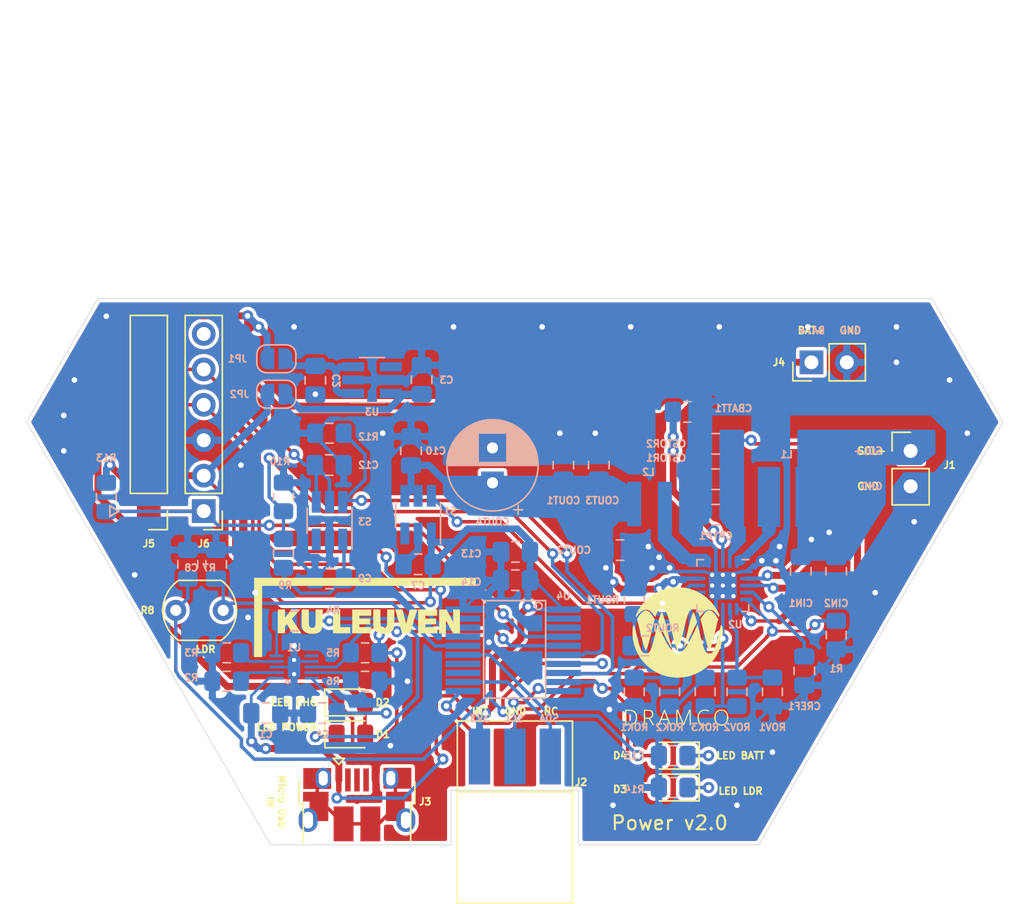
<source format=kicad_pcb>
(kicad_pcb (version 20171130) (host pcbnew "(5.1.6)-1")
  (layers (0 F.Cu signal) (31 B.Cu signal) (34 B.Paste user) (35 F.Paste user) (36 B.SilkS user) (37 F.SilkS user) (38 B.Mask user) (39 F.Mask user) (44 Edge.Cuts user))
  (net 0 "")
  (net 1 GND)
  (net 2 VUSB)
  (net 3 "Net-(C2-Pad1)")
  (net 4 "Net-(C3-Pad1)")
  (net 5 BAT+)
  (net 6 SOL+)
  (net 7 3V3)
  (net 8 VSTOR)
  (net 9 "Net-(CREF1-Pad1)")
  (net 10 "Net-(D1-Pad1)")
  (net 11 LED0)
  (net 12 "Net-(D3-Pad1)")
  (net 13 LED1)
  (net 14 "Net-(D4-Pad1)")
  (net 15 INT)
  (net 16 SDA)
  (net 17 SCL)
  (net 18 "Net-(J3-Pad6)")
  (net 19 MCLR)
  (net 20 ICSPDAT)
  (net 21 ICSPCLK)
  (net 22 "Net-(L1-Pad1)")
  (net 23 "Net-(L2-Pad2)")
  (net 24 "Net-(R2-Pad1)")
  (net 25 "Net-(R3-Pad1)")
  (net 26 "Net-(R6-Pad1)")
  (net 27 BAT_VOLTAGE)
  (net 28 HYST)
  (net 29 PROG)
  (net 30 SET)
  (net 31 BAT_MEAS_EN)
  (net 32 VBAT_OK_TO_MCU)
  (net 33 3V3BUCK)
  (net 34 "Net-(C9-Pad1)")
  (net 35 LDR_VOLTAGE)
  (net 36 nCHG)
  (net 37 "Net-(J2-Pad1)")
  (net 38 "Net-(J3-Pad3)")
  (net 39 "Net-(J3-Pad4)")
  (net 40 "Net-(J3-Pad2)")
  (net 41 "Net-(J5-Pad6)")
  (net 42 "Net-(J6-Pad6)")
  (net 43 "Net-(S1-Pad3)")
  (net 44 "Net-(S3-Pad3)")
  (net 45 "Net-(U1-Pad6)")
  (net 46 "Net-(U3-Pad4)")
  (net 47 "Net-(U4-Pad2)")
  (net 48 "Net-(U4-Pad3)")
  (net 49 "Net-(U4-Pad13)")
  (net 50 "Net-(U4-Pad14)")
  (net 51 "Net-(U4-Pad17)")
  (net 52 "Net-(ROK3-Pad1)")
  (net 53 "Net-(ROV1-Pad1)")
  (net 54 "Net-(D2-Pad1)")
  (net 55 "Net-(R4-Pad1)")
  (net 56 LDR)
  (module SamacSys_Parts:logoDramco2 (layer F.Cu) (at 134.112 94.742)
    (fp_text reference G*** hide)
    (fp_text value LOGO hide)
  )
  (module SamacSys_Parts:logoKuleuven2 (layer F.Cu) (at 111.76 91.948)
    (fp_text reference G*** hide)
    (fp_text value LOGO hide)
  )
  (module Resistor_SMD:R_0805_2012Metric_Pad1.15x1.40mm_HandSolder (layer B.Cu) (at 106.689 92.202)
    (fp_text reference R4 (at 2.785 -0.762) (layer B.SilkS) (effects (font (size 0.5 0.5) (thickness 0.125)) (justify mirror)))
    (fp_text value 1.5k)
    (pad 2 smd roundrect (at 1.025 0) (size 1.15 1.4) (layers B.Cu B.Paste B.Mask) (roundrect_rratio 0.217391) (net 10 "Net-(D1-Pad1)"))
    (pad 1 smd roundrect (at -1.025 0) (size 1.15 1.4) (layers B.Cu B.Paste B.Mask) (roundrect_rratio 0.217391) (net 55 "Net-(R4-Pad1)"))
  )
  (module Resistor_SMD:R_0805_2012Metric_Pad1.15x1.40mm_HandSolder (layer B.Cu) (at 111.769 94.488)
    (fp_text reference R5 (at -2.295 0) (layer B.SilkS) (effects (font (size 0.5 0.5) (thickness 0.125)) (justify mirror)))
    (fp_text value 1.5k)
    (pad 2 smd roundrect (at 1.025 0) (size 1.15 1.4) (layers B.Cu B.Paste B.Mask) (roundrect_rratio 0.217391) (net 54 "Net-(D2-Pad1)"))
    (pad 1 smd roundrect (at -1.025 0) (size 1.15 1.4) (layers B.Cu B.Paste B.Mask) (roundrect_rratio 0.217391) (net 36 nCHG))
  )
  (module Connector_PinHeader_2.54mm:PinHeader_1x02_P2.54mm_Vertical (layer F.Cu) (at 150.876 80.01)
    (fp_text reference J1 (at 2.794 1.016) (layer F.SilkS) (effects (font (size 0.5 0.5) (thickness 0.125))))
    (fp_text value Conn_01x02)
    (pad 1 thru_hole rect (at 0 0) (size 1.7 1.7) (drill 1) (layers *.Cu *.Mask) (net 6 SOL+))
    (pad 2 thru_hole oval (at 0 2.54) (size 1.7 1.7) (drill 1) (layers *.Cu *.Mask) (net 1 GND))
  )
  (module Capacitor_SMD:C_0805_2012Metric_Pad1.18x1.45mm_HandSolder (layer B.Cu) (at 136.906 82.042 180)
    (fp_text reference CSTOR1 (at 3.556 1.524 180) (layer B.SilkS) (effects (font (size 0.5 0.5) (thickness 0.125)) (justify mirror)))
    (fp_text value "4.7 uF")
    (pad 2 smd roundrect (at 1.0375 0 180) (size 1.175 1.45) (layers B.Cu B.Paste B.Mask) (roundrect_rratio 0.212766) (net 1 GND))
    (pad 1 smd roundrect (at -1.0375 0 180) (size 1.175 1.45) (layers B.Cu B.Paste B.Mask) (roundrect_rratio 0.212766) (net 8 VSTOR))
  )
  (module Capacitor_SMD:C_0805_2012Metric_Pad1.18x1.45mm_HandSolder (layer B.Cu) (at 143.256 95.7795 270)
    (fp_text reference CREF1 (at 2.54 0 180) (layer B.SilkS) (effects (font (size 0.5 0.5) (thickness 0.125)) (justify mirror)))
    (fp_text value "10 nF")
    (pad 2 smd roundrect (at 1.0375 0 270) (size 1.175 1.45) (layers B.Cu B.Paste B.Mask) (roundrect_rratio 0.212766) (net 1 GND))
    (pad 1 smd roundrect (at -1.0375 0 270) (size 1.175 1.45) (layers B.Cu B.Paste B.Mask) (roundrect_rratio 0.212766) (net 9 "Net-(CREF1-Pad1)"))
  )
  (module Capacitor_SMD:C_0805_2012Metric_Pad1.18x1.45mm_HandSolder (layer B.Cu) (at 125.984 81.026 90)
    (fp_text reference COUT1 (at -2.54 0 180) (layer B.SilkS) (effects (font (size 0.5 0.5) (thickness 0.125)) (justify mirror)))
    (fp_text value 100n)
    (pad 2 smd roundrect (at 1.0375 0 90) (size 1.175 1.45) (layers B.Cu B.Paste B.Mask) (roundrect_rratio 0.212766) (net 1 GND))
    (pad 1 smd roundrect (at -1.0375 0 90) (size 1.175 1.45) (layers B.Cu B.Paste B.Mask) (roundrect_rratio 0.212766) (net 33 3V3BUCK))
  )
  (module Capacitor_SMD:C_0805_2012Metric_Pad1.18x1.45mm_HandSolder (layer B.Cu) (at 143.002 88.646 270)
    (fp_text reference CIN1 (at 2.286 0 180) (layer B.SilkS) (effects (font (size 0.5 0.5) (thickness 0.125)) (justify mirror)))
    (fp_text value "4.7 uF")
    (pad 2 smd roundrect (at 1.0375 0 270) (size 1.175 1.45) (layers B.Cu B.Paste B.Mask) (roundrect_rratio 0.212766) (net 1 GND))
    (pad 1 smd roundrect (at -1.0375 0 270) (size 1.175 1.45) (layers B.Cu B.Paste B.Mask) (roundrect_rratio 0.212766) (net 6 SOL+))
  )
  (module Capacitor_SMD:C_0805_2012Metric_Pad1.18x1.45mm_HandSolder (layer B.Cu) (at 136.906 84.582 180)
    (fp_text reference CBYP1 (at 0 -1.524) (layer B.SilkS) (effects (font (size 0.5 0.5) (thickness 0.125)) (justify mirror)))
    (fp_text value "10 nF")
    (pad 2 smd roundrect (at 1.0375 0 180) (size 1.175 1.45) (layers B.Cu B.Paste B.Mask) (roundrect_rratio 0.212766) (net 1 GND))
    (pad 1 smd roundrect (at -1.0375 0 180) (size 1.175 1.45) (layers B.Cu B.Paste B.Mask) (roundrect_rratio 0.212766) (net 8 VSTOR))
  )
  (module Capacitor_SMD:C_0805_2012Metric_Pad1.18x1.45mm_HandSolder (layer B.Cu) (at 122.546 89.281)
    (fp_text reference C14 (at -3.166 0.127) (layer B.SilkS) (effects (font (size 0.5 0.5) (thickness 0.125)) (justify mirror)))
    (fp_text value "100 nF")
    (pad 2 smd roundrect (at 1.0375 0) (size 1.175 1.45) (layers B.Cu B.Paste B.Mask) (roundrect_rratio 0.212766) (net 7 3V3))
    (pad 1 smd roundrect (at -1.0375 0) (size 1.175 1.45) (layers B.Cu B.Paste B.Mask) (roundrect_rratio 0.212766) (net 1 GND))
  )
  (module Capacitor_SMD:C_0805_2012Metric_Pad1.18x1.45mm_HandSolder (layer B.Cu) (at 122.555 87.249)
    (fp_text reference C13 (at -3.175 0.127) (layer B.SilkS) (effects (font (size 0.5 0.5) (thickness 0.125)) (justify mirror)))
    (fp_text value "10 uF")
    (pad 2 smd roundrect (at 1.0375 0) (size 1.175 1.45) (layers B.Cu B.Paste B.Mask) (roundrect_rratio 0.212766) (net 7 3V3))
    (pad 1 smd roundrect (at -1.0375 0) (size 1.175 1.45) (layers B.Cu B.Paste B.Mask) (roundrect_rratio 0.212766) (net 1 GND))
  )
  (module Capacitor_SMD:C_0805_2012Metric_Pad1.18x1.45mm_HandSolder (layer B.Cu) (at 109.1985 81.026)
    (fp_text reference C12 (at 2.8155 0) (layer B.SilkS) (effects (font (size 0.5 0.5) (thickness 0.125)) (justify mirror)))
    (fp_text value "1 uF")
    (pad 2 smd roundrect (at 1.0375 0) (size 1.175 1.45) (layers B.Cu B.Paste B.Mask) (roundrect_rratio 0.212766) (net 1 GND))
    (pad 1 smd roundrect (at -1.0375 0) (size 1.175 1.45) (layers B.Cu B.Paste B.Mask) (roundrect_rratio 0.212766) (net 5 BAT+))
  )
  (module Capacitor_SMD:C_0805_2012Metric_Pad1.18x1.45mm_HandSolder (layer B.Cu) (at 115.062 80.01 90)
    (fp_text reference C10 (at 0 1.778 180) (layer B.SilkS) (effects (font (size 0.5 0.5) (thickness 0.125)) (justify mirror)))
    (fp_text value "1 uF")
    (pad 2 smd roundrect (at 1.0375 0 90) (size 1.175 1.45) (layers B.Cu B.Paste B.Mask) (roundrect_rratio 0.212766) (net 1 GND))
    (pad 1 smd roundrect (at -1.0375 0 90) (size 1.175 1.45) (layers B.Cu B.Paste B.Mask) (roundrect_rratio 0.212766) (net 33 3V3BUCK))
  )
  (module Capacitor_SMD:C_0805_2012Metric_Pad1.18x1.45mm_HandSolder (layer B.Cu) (at 109.22 89.154 180)
    (fp_text reference C9 (at -2.54 0) (layer B.SilkS) (effects (font (size 0.5 0.5) (thickness 0.125)) (justify mirror)))
    (fp_text value "1 uF")
    (pad 2 smd roundrect (at 1.0375 0 180) (size 1.175 1.45) (layers B.Cu B.Paste B.Mask) (roundrect_rratio 0.212766) (net 1 GND))
    (pad 1 smd roundrect (at -1.0375 0 180) (size 1.175 1.45) (layers B.Cu B.Paste B.Mask) (roundrect_rratio 0.212766) (net 34 "Net-(C9-Pad1)"))
  )
  (module Capacitor_SMD:C_0805_2012Metric_Pad1.18x1.45mm_HandSolder (layer B.Cu) (at 101.092 88.138 90)
    (fp_text reference C8 (at -0.254 -1.778 180) (layer B.SilkS) (effects (font (size 0.5 0.5) (thickness 0.125)) (justify mirror)))
    (fp_text value "1 uF")
    (pad 2 smd roundrect (at 1.0375 0 90) (size 1.175 1.45) (layers B.Cu B.Paste B.Mask) (roundrect_rratio 0.212766) (net 1 GND))
    (pad 1 smd roundrect (at -1.0375 0 90) (size 1.175 1.45) (layers B.Cu B.Paste B.Mask) (roundrect_rratio 0.212766) (net 56 LDR))
  )
  (module Capacitor_SMD:C_0805_2012Metric_Pad1.18x1.45mm_HandSolder (layer B.Cu) (at 115.57 88.138 180)
    (fp_text reference C7 (at 0 -1.524) (layer B.SilkS) (effects (font (size 0.5 0.5) (thickness 0.125)) (justify mirror)))
    (fp_text value "1 uF")
    (pad 2 smd roundrect (at 1.0375 0 180) (size 1.175 1.45) (layers B.Cu B.Paste B.Mask) (roundrect_rratio 0.212766) (net 1 GND))
    (pad 1 smd roundrect (at -1.0375 0 180) (size 1.175 1.45) (layers B.Cu B.Paste B.Mask) (roundrect_rratio 0.212766) (net 7 3V3))
  )
  (module Capacitor_SMD:C_0805_2012Metric_Pad1.18x1.45mm_HandSolder (layer B.Cu) (at 108.712 98.806 180)
    (fp_text reference C4 (at 0 -1.524) (layer B.SilkS) (effects (font (size 0.5 0.5) (thickness 0.125)) (justify mirror)))
    (fp_text value "1 uF")
    (pad 2 smd roundrect (at 1.0375 0 180) (size 1.175 1.45) (layers B.Cu B.Paste B.Mask) (roundrect_rratio 0.212766) (net 1 GND))
    (pad 1 smd roundrect (at -1.0375 0 180) (size 1.175 1.45) (layers B.Cu B.Paste B.Mask) (roundrect_rratio 0.212766) (net 5 BAT+))
  )
  (module Capacitor_SMD:C_0805_2012Metric_Pad1.18x1.45mm_HandSolder (layer B.Cu) (at 115.824 74.9085 90)
    (fp_text reference C3 (at -0.0215 1.778 180) (layer B.SilkS) (effects (font (size 0.5 0.5) (thickness 0.125)) (justify mirror)))
    (fp_text value "1 uF")
    (pad 2 smd roundrect (at 1.0375 0 90) (size 1.175 1.45) (layers B.Cu B.Paste B.Mask) (roundrect_rratio 0.212766) (net 1 GND))
    (pad 1 smd roundrect (at -1.0375 0 90) (size 1.175 1.45) (layers B.Cu B.Paste B.Mask) (roundrect_rratio 0.212766) (net 4 "Net-(C3-Pad1)"))
  )
  (module Capacitor_SMD:C_0805_2012Metric_Pad1.18x1.45mm_HandSolder (layer B.Cu) (at 108.204 74.9515 270)
    (fp_text reference C2 (at 0.0215 -1.524 90) (layer B.SilkS) (effects (font (size 0.5 0.5) (thickness 0.125)) (justify mirror)))
    (fp_text value "1 uF")
    (pad 2 smd roundrect (at 1.0375 0 270) (size 1.175 1.45) (layers B.Cu B.Paste B.Mask) (roundrect_rratio 0.212766) (net 1 GND))
    (pad 1 smd roundrect (at -1.0375 0 270) (size 1.175 1.45) (layers B.Cu B.Paste B.Mask) (roundrect_rratio 0.212766) (net 3 "Net-(C2-Pad1)"))
  )
  (module Capacitor_SMD:C_0805_2012Metric_Pad1.18x1.45mm_HandSolder (layer B.Cu) (at 104.648 98.806)
    (fp_text reference C1 (at 0 1.524) (layer B.SilkS) (effects (font (size 0.5 0.5) (thickness 0.125)) (justify mirror)))
    (fp_text value "1 uF")
    (pad 2 smd roundrect (at 1.0375 0) (size 1.175 1.45) (layers B.Cu B.Paste B.Mask) (roundrect_rratio 0.212766) (net 1 GND))
    (pad 1 smd roundrect (at -1.0375 0) (size 1.175 1.45) (layers B.Cu B.Paste B.Mask) (roundrect_rratio 0.212766) (net 2 VUSB))
  )
  (module Capacitor_SMD:C_0805_2012Metric_Pad1.18x1.45mm_HandSolder (layer B.Cu) (at 130.048 87.122)
    (fp_text reference COUT2 (at -3.302 0) (layer B.SilkS) (effects (font (size 0.5 0.5) (thickness 0.125)) (justify mirror)))
    (fp_text value "22 uF")
    (pad 1 smd roundrect (at -1.0375 0) (size 1.175 1.45) (layers B.Cu B.Paste B.Mask) (roundrect_rratio 0.212766) (net 33 3V3BUCK))
    (pad 2 smd roundrect (at 1.0375 0) (size 1.175 1.45) (layers B.Cu B.Paste B.Mask) (roundrect_rratio 0.212766) (net 1 GND))
  )
  (module Capacitor_SMD:C_0805_2012Metric_Pad1.18x1.45mm_HandSolder (layer B.Cu) (at 145.542 88.646 270)
    (fp_text reference CIN2 (at 2.286 0 180) (layer B.SilkS) (effects (font (size 0.5 0.5) (thickness 0.125)) (justify mirror)))
    (fp_text value 100n)
    (pad 1 smd roundrect (at -1.0375 0 270) (size 1.175 1.45) (layers B.Cu B.Paste B.Mask) (roundrect_rratio 0.212766) (net 6 SOL+))
    (pad 2 smd roundrect (at 1.0375 0 270) (size 1.175 1.45) (layers B.Cu B.Paste B.Mask) (roundrect_rratio 0.212766) (net 1 GND))
  )
  (module Capacitor_SMD:C_0805_2012Metric_Pad1.18x1.45mm_HandSolder (layer B.Cu) (at 136.906 79.502 180)
    (fp_text reference CSTOR2 (at 3.556 0) (layer B.SilkS) (effects (font (size 0.5 0.5) (thickness 0.125)) (justify mirror)))
    (fp_text value DNP)
    (pad 2 smd roundrect (at 1.0375 0 180) (size 1.175 1.45) (layers B.Cu B.Paste B.Mask) (roundrect_rratio 0.212766) (net 1 GND))
    (pad 1 smd roundrect (at -1.0375 0 180) (size 1.175 1.45) (layers B.Cu B.Paste B.Mask) (roundrect_rratio 0.212766) (net 8 VSTOR))
  )
  (module Capacitor_SMD:C_0805_2012Metric_Pad1.18x1.45mm_HandSolder (layer B.Cu) (at 134.874 77.216)
    (fp_text reference CBATT1 (at 3.302 -0.254) (layer B.SilkS) (effects (font (size 0.5 0.5) (thickness 0.125)) (justify mirror)))
    (fp_text value DNP)
    (pad 2 smd roundrect (at 1.0375 0) (size 1.175 1.45) (layers B.Cu B.Paste B.Mask) (roundrect_rratio 0.212766) (net 1 GND))
    (pad 1 smd roundrect (at -1.0375 0) (size 1.175 1.45) (layers B.Cu B.Paste B.Mask) (roundrect_rratio 0.212766) (net 5 BAT+))
  )
  (module Capacitor_SMD:C_0805_2012Metric_Pad1.18x1.45mm_HandSolder (layer B.Cu) (at 128.524 81.026 90)
    (fp_text reference COUT3 (at -2.54 0.254 180) (layer B.SilkS) (effects (font (size 0.5 0.5) (thickness 0.125)) (justify mirror)))
    (fp_text value DNP)
    (pad 2 smd roundrect (at 1.0375 0 90) (size 1.175 1.45) (layers B.Cu B.Paste B.Mask) (roundrect_rratio 0.212766) (net 1 GND))
    (pad 1 smd roundrect (at -1.0375 0 90) (size 1.175 1.45) (layers B.Cu B.Paste B.Mask) (roundrect_rratio 0.212766) (net 33 3V3BUCK))
  )
  (module BQ24040:BQ24040 (layer B.Cu) (at 105.68 96.304)
    (fp_text reference U1 (at 1 -2.197) (layer B.SilkS) (effects (font (size 0.5 0.5) (thickness 0.125)) (justify mirror)))
    (fp_text value BQ24040)
    (pad 1 smd rect (at -0.25 0) (size 1 0.2) (layers B.Cu B.Paste B.Mask) (net 2 VUSB))
    (pad 2 smd rect (at -0.25 -0.4) (size 1 0.2) (layers B.Cu B.Paste B.Mask) (net 24 "Net-(R2-Pad1)"))
    (pad 3 smd rect (at -0.25 -0.8) (size 1 0.2) (layers B.Cu B.Paste B.Mask) (net 1 GND))
    (pad 4 smd rect (at -0.25 -1.2) (size 1 0.2) (layers B.Cu B.Paste B.Mask) (net 25 "Net-(R3-Pad1)"))
    (pad 5 smd rect (at -0.25 -1.6) (size 1 0.2) (layers B.Cu B.Paste B.Mask) (net 55 "Net-(R4-Pad1)"))
    (pad 6 smd rect (at 2.25 -1.6) (size 1 0.2) (layers B.Cu B.Paste B.Mask) (net 45 "Net-(U1-Pad6)"))
    (pad 7 smd rect (at 2.25 -1.2) (size 1 0.2) (layers B.Cu B.Paste B.Mask) (net 1 GND))
    (pad 8 smd rect (at 2.25 -0.8) (size 1 0.2) (layers B.Cu B.Paste B.Mask) (net 36 nCHG))
    (pad 9 smd rect (at 2.25 -0.4) (size 1 0.2) (layers B.Cu B.Paste B.Mask) (net 26 "Net-(R6-Pad1)"))
    (pad 10 smd rect (at 2.25 0) (size 1 0.2) (layers B.Cu B.Paste B.Mask) (net 5 BAT+))
    (pad 11 smd rect (at 1 -0.8) (size 0.9 1.5) (layers B.Cu B.Paste B.Mask) (net 1 GND))
  )
  (module LED_SMD:LED_0805_2012Metric_Pad1.15x1.40mm_HandSolder (layer F.Cu) (at 110.753 100.33)
    (fp_text reference D1 (at 2.295 0) (layer F.SilkS) (effects (font (size 0.5 0.5) (thickness 0.125))))
    (fp_text value LED)
    (pad 1 smd roundrect (at -1.025 0) (size 1.15 1.4) (layers F.Cu F.Paste F.Mask) (roundrect_rratio 0.217391) (net 10 "Net-(D1-Pad1)"))
    (pad 2 smd roundrect (at 1.025 0) (size 1.15 1.4) (layers F.Cu F.Paste F.Mask) (roundrect_rratio 0.217391) (net 5 BAT+))
  )
  (module LED_SMD:LED_0805_2012Metric_Pad1.15x1.40mm_HandSolder (layer F.Cu) (at 110.735 98.044)
    (fp_text reference D2 (at 2.286 0) (layer F.SilkS) (effects (font (size 0.5 0.5) (thickness 0.125))))
    (fp_text value LED)
    (pad 1 smd roundrect (at -1.025 0) (size 1.15 1.4) (layers F.Cu F.Paste F.Mask) (roundrect_rratio 0.217391) (net 54 "Net-(D2-Pad1)"))
    (pad 2 smd roundrect (at 1.025 0) (size 1.15 1.4) (layers F.Cu F.Paste F.Mask) (roundrect_rratio 0.217391) (net 5 BAT+))
  )
  (module LED_SMD:LED_0805_2012Metric_Pad1.15x1.40mm_HandSolder (layer F.Cu) (at 133.858 104.14 180)
    (fp_text reference D3 (at 3.81 -0.127) (layer F.SilkS) (effects (font (size 0.5 0.5) (thickness 0.125))))
    (fp_text value LED)
    (pad 2 smd roundrect (at 1.025 0 180) (size 1.15 1.4) (layers F.Cu F.Paste F.Mask) (roundrect_rratio 0.217391) (net 11 LED0))
    (pad 1 smd roundrect (at -1.025 0 180) (size 1.15 1.4) (layers F.Cu F.Paste F.Mask) (roundrect_rratio 0.217391) (net 12 "Net-(D3-Pad1)"))
  )
  (module LED_SMD:LED_0805_2012Metric_Pad1.15x1.40mm_HandSolder (layer F.Cu) (at 133.858 101.854 180)
    (fp_text reference D4 (at 3.81 0) (layer F.SilkS) (effects (font (size 0.5 0.5) (thickness 0.125))))
    (fp_text value LED)
    (pad 2 smd roundrect (at 1.025 0 180) (size 1.15 1.4) (layers F.Cu F.Paste F.Mask) (roundrect_rratio 0.217391) (net 13 LED1))
    (pad 1 smd roundrect (at -1.025 0 180) (size 1.15 1.4) (layers F.Cu F.Paste F.Mask) (roundrect_rratio 0.217391) (net 14 "Net-(D4-Pad1)"))
  )
  (module USB_Micro:USB_Micro (layer F.Cu) (at 105.791 105.156)
    (fp_text reference J3 (at 10.287 0) (layer F.SilkS) (effects (font (size 0.5 0.5) (thickness 0.125))))
    (fp_text value USB_B_Micro)
    (fp_text user " " (at 7.3479 -3.15926) (layer F.SilkS) (effects (font (size 0.5 0.5) (thickness 0.125))))
    (pad 6 smd rect (at 4.4379 1.59074 90) (size 2.5 1.43) (layers F.Cu F.Paste F.Mask) (net 18 "Net-(J3-Pad6)"))
    (pad 6 smd rect (at 2.5479 -1.65926) (size 2 1.5) (layers F.Cu F.Paste F.Mask) (net 18 "Net-(J3-Pad6)"))
    (pad 6 smd rect (at 8.1479 0.39074) (size 1.35 2) (layers F.Cu F.Paste F.Mask) (net 18 "Net-(J3-Pad6)"))
    (pad 6 smd rect (at 2.6679 0.39074) (size 1.35 2) (layers F.Cu F.Paste F.Mask) (net 18 "Net-(J3-Pad6)"))
    (pad 3 smd rect (at 5.3979 -1.55926 90) (size 1.65 0.4) (layers F.Cu F.Paste F.Mask) (net 38 "Net-(J3-Pad3)"))
    (pad 6 thru_hole oval (at 8.8979 1.32074 90) (size 1.7 1.35) (drill oval 1.2 0.7) (layers *.Cu *.Mask) (net 18 "Net-(J3-Pad6)"))
    (pad 6 thru_hole oval (at 2.9779 -1.67926 90) (size 1.5 1.1) (drill oval 1.05 0.65) (layers *.Cu *.Mask) (net 18 "Net-(J3-Pad6)"))
    (pad 6 thru_hole oval (at 7.8179 -1.67926 90) (size 1.5 1.1) (drill oval 1.05 0.65) (layers *.Cu *.Mask) (net 18 "Net-(J3-Pad6)"))
    (pad 5 smd rect (at 6.6979 -1.55926 90) (size 1.65 0.4) (layers F.Cu F.Paste F.Mask) (net 1 GND))
    (pad 4 smd rect (at 6.0479 -1.55926 90) (size 1.65 0.4) (layers F.Cu F.Paste F.Mask) (net 39 "Net-(J3-Pad4)"))
    (pad 6 smd rect (at 8.3979 -0.35926) (size 1.825 0.7) (layers F.Cu F.Paste F.Mask) (net 18 "Net-(J3-Pad6)"))
    (pad 1 smd rect (at 4.0979 -1.55926 90) (size 1.65 0.4) (layers F.Cu F.Paste F.Mask) (net 2 VUSB))
    (pad 6 smd rect (at 8.2979 -1.67926) (size 2 1.5) (layers F.Cu F.Paste F.Mask) (net 18 "Net-(J3-Pad6)"))
    (pad 6 smd rect (at 2.4479 -0.35926) (size 1.825 0.7) (layers F.Cu F.Paste F.Mask) (net 18 "Net-(J3-Pad6)"))
    (pad 2 smd rect (at 4.7479 -1.55926 90) (size 1.65 0.4) (layers F.Cu F.Paste F.Mask) (net 40 "Net-(J3-Pad2)"))
    (pad 6 thru_hole oval (at 1.8979 1.32074 90) (size 1.7 1.35) (drill oval 1.2 0.7) (layers *.Cu *.Mask) (net 18 "Net-(J3-Pad6)"))
    (pad 6 smd rect (at 6.3579 1.59074 90) (size 2.5 1.43) (layers F.Cu F.Paste F.Mask) (net 18 "Net-(J3-Pad6)"))
  )
  (module Connector_PinHeader_2.54mm:PinHeader_1x02_P2.54mm_Vertical (layer F.Cu) (at 143.764 73.66 90)
    (fp_text reference J4 (at 0 -2.33 180) (layer F.SilkS) (effects (font (size 0.5 0.5) (thickness 0.125))))
    (fp_text value Conn_01x02_battery)
    (pad 2 thru_hole oval (at 0 2.54 90) (size 1.7 1.7) (drill 1) (layers *.Cu *.Mask) (net 1 GND))
    (pad 1 thru_hole rect (at 0 0 90) (size 1.7 1.7) (drill 1) (layers *.Cu *.Mask) (net 5 BAT+))
  )
  (module Connector_PinHeader_2.54mm:PinHeader_1x06_P2.54mm_Vertical (layer F.Cu) (at 96.266 84.328 180)
    (fp_text reference J5 (at 0 -2.33) (layer F.SilkS) (effects (font (size 0.5 0.5) (thickness 0.125))))
    (fp_text value Conn_01x06_programmer)
    (pad 1 smd rect (at 0 0 180) (size 1.7 1.7) (layers F.Cu F.Paste F.Mask) (net 19 MCLR))
    (pad 2 smd oval (at 0 2.54 180) (size 1.7 1.7) (layers F.Cu F.Paste F.Mask) (net 7 3V3))
    (pad 3 smd oval (at 0 5.08 180) (size 1.7 1.7) (layers F.Cu F.Paste F.Mask) (net 1 GND))
    (pad 4 smd oval (at 0 7.62 180) (size 1.7 1.7) (layers F.Cu F.Paste F.Mask) (net 20 ICSPDAT))
    (pad 5 smd oval (at 0 10.16 180) (size 1.7 1.7) (layers F.Cu F.Paste F.Mask) (net 21 ICSPCLK))
    (pad 6 smd oval (at 0 12.7 180) (size 1.7 1.7) (layers F.Cu F.Paste F.Mask) (net 41 "Net-(J5-Pad6)"))
  )
  (module Connector_PinHeader_2.54mm:PinHeader_1x06_P2.54mm_Vertical (layer F.Cu) (at 100.203 84.328 180)
    (fp_text reference J6 (at 0 -2.33) (layer F.SilkS) (effects (font (size 0.5 0.5) (thickness 0.125))))
    (fp_text value Conn_01x06_programmer)
    (pad 6 thru_hole oval (at 0 12.7 180) (size 1.7 1.7) (drill 1) (layers *.Cu *.Mask) (net 42 "Net-(J6-Pad6)"))
    (pad 5 thru_hole oval (at 0 10.16 180) (size 1.7 1.7) (drill 1) (layers *.Cu *.Mask) (net 21 ICSPCLK))
    (pad 4 thru_hole oval (at 0 7.62 180) (size 1.7 1.7) (drill 1) (layers *.Cu *.Mask) (net 20 ICSPDAT))
    (pad 3 thru_hole oval (at 0 5.08 180) (size 1.7 1.7) (drill 1) (layers *.Cu *.Mask) (net 1 GND))
    (pad 2 thru_hole oval (at 0 2.54 180) (size 1.7 1.7) (drill 1) (layers *.Cu *.Mask) (net 7 3V3))
    (pad 1 thru_hole rect (at 0 0 180) (size 1.7 1.7) (drill 1) (layers *.Cu *.Mask) (net 19 MCLR))
  )
  (module Jumper:SolderJumper-2_P1.3mm_Open_RoundedPad1.0x1.5mm (layer B.Cu) (at 105.41 73.406)
    (fp_text reference JP1 (at -2.794 0 180) (layer B.SilkS) (effects (font (size 0.5 0.5) (thickness 0.125)) (justify mirror)))
    (fp_text value SolderJumper_2_Open)
    (pad 1 smd custom (at -0.65 0) (size 1 0.5) (layers B.Cu B.Mask) (net 5 BAT+) (options (clearance outline) (anchor rect)) (primitives (gr_circle (center 0 -0.25) (end 0.5 -0.25) (width 0)) (gr_circle (center 0 0.25) (end 0.5 0.25) (width 0)) (gr_poly (pts (xy 0 0.75) (xy 0.5 0.75) (xy 0.5 -0.75) (xy 0 -0.75)) (width 0))))
    (pad 2 smd custom (at 0.65 0) (size 1 0.5) (layers B.Cu B.Mask) (net 3 "Net-(C2-Pad1)") (options (clearance outline) (anchor rect)) (primitives (gr_circle (center 0 -0.25) (end 0.5 -0.25) (width 0)) (gr_circle (center 0 0.25) (end 0.5 0.25) (width 0)) (gr_poly (pts (xy 0 0.75) (xy -0.5 0.75) (xy -0.5 -0.75) (xy 0 -0.75)) (width 0))))
  )
  (module Jumper:SolderJumper-2_P1.3mm_Open_RoundedPad1.0x1.5mm (layer B.Cu) (at 105.41 75.946)
    (fp_text reference JP2 (at -2.652 0 -180) (layer B.SilkS) (effects (font (size 0.5 0.5) (thickness 0.125)) (justify mirror)))
    (fp_text value SolderJumper_2_Open)
    (pad 2 smd custom (at 0.65 0) (size 1 0.5) (layers B.Cu B.Mask) (net 4 "Net-(C3-Pad1)") (options (clearance outline) (anchor rect)) (primitives (gr_circle (center 0 -0.25) (end 0.5 -0.25) (width 0)) (gr_circle (center 0 0.25) (end 0.5 0.25) (width 0)) (gr_poly (pts (xy 0 0.75) (xy -0.5 0.75) (xy -0.5 -0.75) (xy 0 -0.75)) (width 0))))
    (pad 1 smd custom (at -0.65 0) (size 1 0.5) (layers B.Cu B.Mask) (net 7 3V3) (options (clearance outline) (anchor rect)) (primitives (gr_circle (center 0 -0.25) (end 0.5 -0.25) (width 0)) (gr_circle (center 0 0.25) (end 0.5 0.25) (width 0)) (gr_poly (pts (xy 0 0.75) (xy 0.5 0.75) (xy 0.5 -0.75) (xy 0 -0.75)) (width 0))))
  )
  (module inductor_744031220_22uH:Inductor_744031220_22uH (layer B.Cu) (at 140.716 83.312 270)
    (fp_text reference L1 (at -3.048 -1.27) (layer B.SilkS) (effects (font (size 0.5 0.5) (thickness 0.125)) (justify mirror)))
    (fp_text value "22 uH")
    (pad 1 smd rect (at 0 0 270) (size 4.3 1.6) (layers B.Cu B.Paste B.Mask) (net 22 "Net-(L1-Pad1)"))
    (pad 2 smd rect (at 0 -2.7 270) (size 4.3 1.6) (layers B.Cu B.Paste B.Mask) (net 6 SOL+))
  )
  (module Inductor_744029100_10uH:Inductor_744029100_10uH (layer B.Cu) (at 131.064 83.82 270)
    (fp_text reference L2 (at -2.286 -1.016 180) (layer B.SilkS) (effects (font (size 0.5 0.5) (thickness 0.125)) (justify mirror)))
    (fp_text value "10 uH")
    (pad 1 smd rect (at 0 0 270) (size 3.2 1) (layers B.Cu B.Paste B.Mask) (net 33 3V3BUCK))
    (pad 2 smd rect (at 0 -2.2 270) (size 3.2 1) (layers B.Cu B.Paste B.Mask) (net 23 "Net-(L2-Pad2)"))
  )
  (module Resistor_SMD:R_0805_2012Metric_Pad1.15x1.40mm_HandSolder (layer B.Cu) (at 145.542 93.218 270)
    (fp_text reference R1 (at 2.404 0) (layer B.SilkS) (effects (font (size 0.5 0.5) (thickness 0.125)) (justify mirror)))
    (fp_text value 10k)
    (pad 1 smd roundrect (at -1.025 0 270) (size 1.15 1.4) (layers B.Cu B.Paste B.Mask) (roundrect_rratio 0.217391) (net 2 VUSB))
    (pad 2 smd roundrect (at 1.025 0 270) (size 1.15 1.4) (layers B.Cu B.Paste B.Mask) (roundrect_rratio 0.217391) (net 1 GND))
  )
  (module Resistor_SMD:R_0805_2012Metric_Pad1.15x1.40mm_HandSolder (layer B.Cu) (at 101.845 96.52 180)
    (fp_text reference R2 (at 2.531 0.254 180) (layer B.SilkS) (effects (font (size 0.5 0.5) (thickness 0.125)) (justify mirror)))
    (fp_text value 1k)
    (pad 2 smd roundrect (at 1.025 0 180) (size 1.15 1.4) (layers B.Cu B.Paste B.Mask) (roundrect_rratio 0.217391) (net 1 GND))
    (pad 1 smd roundrect (at -1.025 0 180) (size 1.15 1.4) (layers B.Cu B.Paste B.Mask) (roundrect_rratio 0.217391) (net 24 "Net-(R2-Pad1)"))
  )
  (module Resistor_SMD:R_0805_2012Metric_Pad1.15x1.40mm_HandSolder (layer B.Cu) (at 101.854 94.488 180)
    (fp_text reference R3 (at 2.54 0 180) (layer B.SilkS) (effects (font (size 0.5 0.5) (thickness 0.125)) (justify mirror)))
    (fp_text value 2k)
    (pad 1 smd roundrect (at -1.025 0 180) (size 1.15 1.4) (layers B.Cu B.Paste B.Mask) (roundrect_rratio 0.217391) (net 25 "Net-(R3-Pad1)"))
    (pad 2 smd roundrect (at 1.025 0 180) (size 1.15 1.4) (layers B.Cu B.Paste B.Mask) (roundrect_rratio 0.217391) (net 1 GND))
  )
  (module Resistor_SMD:R_0805_2012Metric_Pad1.15x1.40mm_HandSolder (layer B.Cu) (at 111.769 96.52)
    (fp_text reference R6 (at -2.295 0 180) (layer B.SilkS) (effects (font (size 0.5 0.5) (thickness 0.125)) (justify mirror)))
    (fp_text value 10k)
    (pad 1 smd roundrect (at -1.025 0) (size 1.15 1.4) (layers B.Cu B.Paste B.Mask) (roundrect_rratio 0.217391) (net 26 "Net-(R6-Pad1)"))
    (pad 2 smd roundrect (at 1.025 0) (size 1.15 1.4) (layers B.Cu B.Paste B.Mask) (roundrect_rratio 0.217391) (net 1 GND))
  )
  (module Resistor_SMD:R_0805_2012Metric_Pad1.15x1.40mm_HandSolder (layer B.Cu) (at 99.06 88.138 90)
    (fp_text reference R7 (at -0.254 1.524 180) (layer B.SilkS) (effects (font (size 0.5 0.5) (thickness 0.125)) (justify mirror)))
    (fp_text value 27k)
    (pad 1 smd roundrect (at -1.025 0 90) (size 1.15 1.4) (layers B.Cu B.Paste B.Mask) (roundrect_rratio 0.217391) (net 35 LDR_VOLTAGE))
    (pad 2 smd roundrect (at 1.025 0 90) (size 1.15 1.4) (layers B.Cu B.Paste B.Mask) (roundrect_rratio 0.217391) (net 1 GND))
  )
  (module Resistor_SMD:R_0805_2012Metric_Pad1.15x1.40mm_HandSolder (layer B.Cu) (at 105.918 87.367 90)
    (fp_text reference R9 (at -2.277 0.127 180) (layer B.SilkS) (effects (font (size 0.5 0.5) (thickness 0.125)) (justify mirror)))
    (fp_text value 10k)
    (pad 2 smd roundrect (at 1.025 0 90) (size 1.15 1.4) (layers B.Cu B.Paste B.Mask) (roundrect_rratio 0.217391) (net 27 BAT_VOLTAGE))
    (pad 1 smd roundrect (at -1.025 0 90) (size 1.15 1.4) (layers B.Cu B.Paste B.Mask) (roundrect_rratio 0.217391) (net 34 "Net-(C9-Pad1)"))
  )
  (module Resistor_SMD:R_0805_2012Metric_Pad1.15x1.40mm_HandSolder (layer B.Cu) (at 105.918 83.312 90)
    (fp_text reference R10 (at 2.54 -0.254 180) (layer B.SilkS) (effects (font (size 0.5 0.5) (thickness 0.125)) (justify mirror)))
    (fp_text value 8.2k)
    (pad 1 smd roundrect (at -1.025 0 90) (size 1.15 1.4) (layers B.Cu B.Paste B.Mask) (roundrect_rratio 0.217391) (net 27 BAT_VOLTAGE))
    (pad 2 smd roundrect (at 1.025 0 90) (size 1.15 1.4) (layers B.Cu B.Paste B.Mask) (roundrect_rratio 0.217391) (net 1 GND))
  )
  (module Resistor_SMD:R_0805_2012Metric_Pad1.15x1.40mm_HandSolder (layer B.Cu) (at 93.218 83.321 270)
    (fp_text reference R13 (at -2.803 0) (layer B.SilkS) (effects (font (size 0.5 0.5) (thickness 0.125)) (justify mirror)))
    (fp_text value 10k)
    (pad 2 smd roundrect (at 1.025 0 270) (size 1.15 1.4) (layers B.Cu B.Paste B.Mask) (roundrect_rratio 0.217391) (net 19 MCLR))
    (pad 1 smd roundrect (at -1.025 0 270) (size 1.15 1.4) (layers B.Cu B.Paste B.Mask) (roundrect_rratio 0.217391) (net 7 3V3))
  )
  (module Resistor_SMD:R_0805_2012Metric_Pad1.15x1.40mm_HandSolder (layer B.Cu) (at 133.849 104.14 180)
    (fp_text reference R14 (at 2.785 -0.127) (layer B.SilkS) (effects (font (size 0.5 0.5) (thickness 0.125)) (justify mirror)))
    (fp_text value 470)
    (pad 2 smd roundrect (at 1.025 0 180) (size 1.15 1.4) (layers B.Cu B.Paste B.Mask) (roundrect_rratio 0.217391) (net 1 GND))
    (pad 1 smd roundrect (at -1.025 0 180) (size 1.15 1.4) (layers B.Cu B.Paste B.Mask) (roundrect_rratio 0.217391) (net 12 "Net-(D3-Pad1)"))
  )
  (module Resistor_SMD:R_0805_2012Metric_Pad1.15x1.40mm_HandSolder (layer B.Cu) (at 133.849 101.854 180)
    (fp_text reference R15 (at 2.785 0) (layer B.SilkS) (effects (font (size 0.5 0.5) (thickness 0.125)) (justify mirror)))
    (fp_text value 470)
    (pad 1 smd roundrect (at -1.025 0 180) (size 1.15 1.4) (layers B.Cu B.Paste B.Mask) (roundrect_rratio 0.217391) (net 14 "Net-(D4-Pad1)"))
    (pad 2 smd roundrect (at 1.025 0 180) (size 1.15 1.4) (layers B.Cu B.Paste B.Mask) (roundrect_rratio 0.217391) (net 1 GND))
  )
  (module Resistor_SMD:R_0805_2012Metric_Pad1.15x1.40mm_HandSolder (layer B.Cu) (at 136.144 97.282 90)
    (fp_text reference ROK3 (at -2.54 0 180) (layer B.SilkS) (effects (font (size 0.5 0.5) (thickness 0.125)) (justify mirror)))
    (fp_text value "1.9 M")
    (pad 2 smd roundrect (at 1.025 0 90) (size 1.15 1.4) (layers B.Cu B.Paste B.Mask) (roundrect_rratio 0.217391) (net 28 HYST))
    (pad 1 smd roundrect (at -1.025 0 90) (size 1.15 1.4) (layers B.Cu B.Paste B.Mask) (roundrect_rratio 0.217391) (net 52 "Net-(ROK3-Pad1)"))
  )
  (module Resistor_SMD:R_0805_2012Metric_Pad1.15x1.40mm_HandSolder (layer B.Cu) (at 133.604 97.282 90)
    (fp_text reference ROK2 (at -2.54 0 180) (layer B.SilkS) (effects (font (size 0.5 0.5) (thickness 0.125)) (justify mirror)))
    (fp_text value "5.49 M")
    (pad 1 smd roundrect (at -1.025 0 90) (size 1.15 1.4) (layers B.Cu B.Paste B.Mask) (roundrect_rratio 0.217391) (net 28 HYST))
    (pad 2 smd roundrect (at 1.025 0 90) (size 1.15 1.4) (layers B.Cu B.Paste B.Mask) (roundrect_rratio 0.217391) (net 29 PROG))
  )
  (module Resistor_SMD:R_0805_2012Metric_Pad1.15x1.40mm_HandSolder (layer B.Cu) (at 131.064 97.282 270)
    (fp_text reference ROK1 (at 2.54 0 180) (layer B.SilkS) (effects (font (size 0.5 0.5) (thickness 0.125)) (justify mirror)))
    (fp_text value 5.62M)
    (pad 2 smd roundrect (at 1.025 0 270) (size 1.15 1.4) (layers B.Cu B.Paste B.Mask) (roundrect_rratio 0.217391) (net 1 GND))
    (pad 1 smd roundrect (at -1.025 0 270) (size 1.15 1.4) (layers B.Cu B.Paste B.Mask) (roundrect_rratio 0.217391) (net 29 PROG))
  )
  (module Resistor_SMD:R_0805_2012Metric_Pad1.15x1.40mm_HandSolder (layer B.Cu) (at 131.826 93.98 180)
    (fp_text reference ROUT2 (at -1.27 1.27) (layer B.SilkS) (effects (font (size 0.5 0.5) (thickness 0.125)) (justify mirror)))
    (fp_text value "8.25 M")
    (pad 1 smd roundrect (at -1.025 0 180) (size 1.15 1.4) (layers B.Cu B.Paste B.Mask) (roundrect_rratio 0.217391) (net 52 "Net-(ROK3-Pad1)"))
    (pad 2 smd roundrect (at 1.025 0 180) (size 1.15 1.4) (layers B.Cu B.Paste B.Mask) (roundrect_rratio 0.217391) (net 30 SET))
  )
  (module Resistor_SMD:R_0805_2012Metric_Pad1.15x1.40mm_HandSolder (layer B.Cu) (at 131.064 90.678 90)
    (fp_text reference ROUT1 (at 0 -2.286 180) (layer B.SilkS) (effects (font (size 0.5 0.5) (thickness 0.125)) (justify mirror)))
    (fp_text value "4.75 M")
    (pad 2 smd roundrect (at 1.025 0 90) (size 1.15 1.4) (layers B.Cu B.Paste B.Mask) (roundrect_rratio 0.217391) (net 1 GND))
    (pad 1 smd roundrect (at -1.025 0 90) (size 1.15 1.4) (layers B.Cu B.Paste B.Mask) (roundrect_rratio 0.217391) (net 30 SET))
  )
  (module Resistor_SMD:R_0805_2012Metric_Pad1.15x1.40mm_HandSolder (layer B.Cu) (at 138.43 97.282 90)
    (fp_text reference ROV2 (at -2.54 0 180) (layer B.SilkS) (effects (font (size 0.5 0.5) (thickness 0.125)) (justify mirror)))
    (fp_text value "7.32 M")
    (pad 2 smd roundrect (at 1.025 0 90) (size 1.15 1.4) (layers B.Cu B.Paste B.Mask) (roundrect_rratio 0.217391) (net 53 "Net-(ROV1-Pad1)"))
    (pad 1 smd roundrect (at -1.025 0 90) (size 1.15 1.4) (layers B.Cu B.Paste B.Mask) (roundrect_rratio 0.217391) (net 52 "Net-(ROK3-Pad1)"))
  )
  (module Resistor_SMD:R_0805_2012Metric_Pad1.15x1.40mm_HandSolder (layer B.Cu) (at 140.97 97.282 270)
    (fp_text reference ROV1 (at 2.54 0 180) (layer B.SilkS) (effects (font (size 0.5 0.5) (thickness 0.125)) (justify mirror)))
    (fp_text value "5.61 M")
    (pad 1 smd roundrect (at -1.025 0 270) (size 1.15 1.4) (layers B.Cu B.Paste B.Mask) (roundrect_rratio 0.217391) (net 53 "Net-(ROV1-Pad1)"))
    (pad 2 smd roundrect (at 1.025 0 270) (size 1.15 1.4) (layers B.Cu B.Paste B.Mask) (roundrect_rratio 0.217391) (net 1 GND))
  )
  (module Package_TO_SOT_SMD:SOT-23-6_Handsoldering (layer B.Cu) (at 109.22 85.01 90)
    (fp_text reference S3 (at -0.08 2.54 180) (layer B.SilkS) (effects (font (size 0.5 0.5) (thickness 0.125)) (justify mirror)))
    (fp_text value TPS22860)
    (pad 5 smd rect (at 1.35 0 90) (size 1.56 0.65) (layers B.Cu B.Paste B.Mask) (net 5 BAT+))
    (pad 6 smd rect (at 1.35 0.95 90) (size 1.56 0.65) (layers B.Cu B.Paste B.Mask) (net 31 BAT_MEAS_EN))
    (pad 4 smd rect (at 1.35 -0.95 90) (size 1.56 0.65) (layers B.Cu B.Paste B.Mask) (net 5 BAT+))
    (pad 3 smd rect (at -1.35 -0.95 90) (size 1.56 0.65) (layers B.Cu B.Paste B.Mask) (net 44 "Net-(S3-Pad3)"))
    (pad 2 smd rect (at -1.35 0 90) (size 1.56 0.65) (layers B.Cu B.Paste B.Mask) (net 1 GND))
    (pad 1 smd rect (at -1.35 0.95 90) (size 1.56 0.65) (layers B.Cu B.Paste B.Mask) (net 34 "Net-(C9-Pad1)"))
  )
  (module Package_DFN_QFN:QFN-20-1EP_3.5x3.5mm_P0.5mm_EP2x2mm (layer B.Cu) (at 137.414 89.662 180)
    (fp_text reference U2 (at -0.889 -2.794) (layer B.SilkS) (effects (font (size 0.5 0.5) (thickness 0.125)) (justify mirror)))
    (fp_text value BQ25570)
    (pad 20 smd roundrect (at -1 1.6875 180) (size 0.25 0.875) (layers B.Cu B.Paste B.Mask) (net 22 "Net-(L1-Pad1)"))
    (pad 19 smd roundrect (at -0.5 1.6875 180) (size 0.25 0.875) (layers B.Cu B.Paste B.Mask) (net 8 VSTOR))
    (pad 18 smd roundrect (at 0 1.6875 180) (size 0.25 0.875) (layers B.Cu B.Paste B.Mask) (net 5 BAT+))
    (pad 17 smd roundrect (at 0.5 1.6875 180) (size 0.25 0.875) (layers B.Cu B.Paste B.Mask) (net 1 GND))
    (pad 16 smd roundrect (at 1 1.6875 180) (size 0.25 0.875) (layers B.Cu B.Paste B.Mask) (net 23 "Net-(L2-Pad2)"))
    (pad 15 smd roundrect (at 1.6875 1 180) (size 0.875 0.25) (layers B.Cu B.Paste B.Mask) (net 1 GND))
    (pad 14 smd roundrect (at 1.6875 0.5 180) (size 0.875 0.25) (layers B.Cu B.Paste B.Mask) (net 33 3V3BUCK))
    (pad 13 smd roundrect (at 1.6875 0 180) (size 0.875 0.25) (layers B.Cu B.Paste B.Mask) (net 32 VBAT_OK_TO_MCU))
    (pad 12 smd roundrect (at 1.6875 -0.5 180) (size 0.875 0.25) (layers B.Cu B.Paste B.Mask) (net 30 SET))
    (pad 11 smd roundrect (at 1.6875 -1 180) (size 0.875 0.25) (layers B.Cu B.Paste B.Mask) (net 29 PROG))
    (pad 10 smd roundrect (at 1 -1.6875 180) (size 0.25 0.875) (layers B.Cu B.Paste B.Mask) (net 28 HYST))
    (pad 9 smd roundrect (at 0.5 -1.6875 180) (size 0.25 0.875) (layers B.Cu B.Paste B.Mask) (net 1 GND))
    (pad 8 smd roundrect (at 0 -1.6875 180) (size 0.25 0.875) (layers B.Cu B.Paste B.Mask) (net 52 "Net-(ROK3-Pad1)"))
    (pad 7 smd roundrect (at -0.5 -1.6875 180) (size 0.25 0.875) (layers B.Cu B.Paste B.Mask) (net 53 "Net-(ROV1-Pad1)"))
    (pad 6 smd roundrect (at -1 -1.6875 180) (size 0.25 0.875) (layers B.Cu B.Paste B.Mask) (net 8 VSTOR))
    (pad 5 smd roundrect (at -1.6875 -1 180) (size 0.875 0.25) (layers B.Cu B.Paste B.Mask) (net 2 VUSB))
    (pad 4 smd roundrect (at -1.6875 -0.5 180) (size 0.875 0.25) (layers B.Cu B.Paste B.Mask) (net 9 "Net-(CREF1-Pad1)"))
    (pad 3 smd roundrect (at -1.6875 0 180) (size 0.875 0.25) (layers B.Cu B.Paste B.Mask) (net 8 VSTOR))
    (pad 2 smd roundrect (at -1.6875 0.5 180) (size 0.875 0.25) (layers B.Cu B.Paste B.Mask) (net 6 SOL+))
    (pad 1 smd roundrect (at -1.6875 1 180) (size 0.875 0.25) (layers B.Cu B.Paste B.Mask) (net 1 GND))
    (pad 21 smd roundrect (at 0 0 180) (size 2 2) (layers B.Cu B.Mask) (roundrect_rratio 0.125) (net 1 GND))
  )
  (module Package_TO_SOT_SMD:SOT-23-5_HandSoldering (layer B.Cu) (at 112.268 74.93)
    (fp_text reference U3 (at 0 2.286) (layer B.SilkS) (effects (font (size 0.5 0.5) (thickness 0.125)) (justify mirror)))
    (fp_text value TPS705)
    (pad 1 smd rect (at -1.35 0.95) (size 1.56 0.65) (layers B.Cu B.Paste B.Mask) (net 3 "Net-(C2-Pad1)"))
    (pad 2 smd rect (at -1.35 0) (size 1.56 0.65) (layers B.Cu B.Paste B.Mask) (net 1 GND))
    (pad 3 smd rect (at -1.35 -0.95) (size 1.56 0.65) (layers B.Cu B.Paste B.Mask) (net 3 "Net-(C2-Pad1)"))
    (pad 4 smd rect (at 1.35 -0.95) (size 1.56 0.65) (layers B.Cu B.Paste B.Mask) (net 46 "Net-(U3-Pad4)"))
    (pad 5 smd rect (at 1.35 0.95) (size 1.56 0.65) (layers B.Cu B.Paste B.Mask) (net 4 "Net-(C3-Pad1)"))
  )
  (module PIC16F18446SSOPPIN:PIC16F18446SSOP20PIN (layer B.Cu) (at 125.984 91.38 180)
    (fp_text reference U4 (at 0 0.956) (layer B.SilkS) (effects (font (size 0.5 0.5) (thickness 0.125)) (justify mirror)))
    (fp_text value PIC16F18446)
    (pad 1 smd rect (at 0 0 180) (size 2.5 0.45) (layers B.Cu B.Paste B.Mask) (net 7 3V3))
    (pad 2 smd rect (at 0 -0.65 180) (size 2.5 0.45) (layers B.Cu B.Paste B.Mask) (net 47 "Net-(U4-Pad2)"))
    (pad 3 smd rect (at 0 -1.3 180) (size 2.5 0.45) (layers B.Cu B.Paste B.Mask) (net 48 "Net-(U4-Pad3)"))
    (pad 4 smd rect (at 0 -1.95 180) (size 2.5 0.45) (layers B.Cu B.Paste B.Mask) (net 19 MCLR))
    (pad 5 smd rect (at 0 -2.6 180) (size 2.5 0.45) (layers B.Cu B.Paste B.Mask) (net 36 nCHG))
    (pad 6 smd rect (at 0 -3.25 180) (size 2.5 0.45) (layers B.Cu B.Paste B.Mask) (net 27 BAT_VOLTAGE))
    (pad 7 smd rect (at 0 -3.9 180) (size 2.5 0.45) (layers B.Cu B.Paste B.Mask) (net 35 LDR_VOLTAGE))
    (pad 8 smd rect (at 0 -4.55 180) (size 2.5 0.45) (layers B.Cu B.Paste B.Mask) (net 31 BAT_MEAS_EN))
    (pad 9 smd rect (at 0 -5.2 180) (size 2.5 0.45) (layers B.Cu B.Paste B.Mask) (net 11 LED0))
    (pad 10 smd rect (at 0 -5.85 180) (size 2.5 0.45) (layers B.Cu B.Paste B.Mask) (net 17 SCL))
    (pad 11 smd rect (at 7.2 -5.85 180) (size 2.5 0.45) (layers B.Cu B.Paste B.Mask) (net 15 INT))
    (pad 12 smd rect (at 7.2 -5.2 180) (size 2.5 0.45) (layers B.Cu B.Paste B.Mask) (net 16 SDA))
    (pad 13 smd rect (at 7.2 -4.55 180) (size 2.5 0.45) (layers B.Cu B.Paste B.Mask) (net 49 "Net-(U4-Pad13)"))
    (pad 14 smd rect (at 7.2 -3.9 180) (size 2.5 0.45) (layers B.Cu B.Paste B.Mask) (net 50 "Net-(U4-Pad14)"))
    (pad 15 smd rect (at 7.2 -3.25 180) (size 2.5 0.45) (layers B.Cu B.Paste B.Mask) (net 13 LED1))
    (pad 16 smd rect (at 7.2 -2.6 180) (size 2.5 0.45) (layers B.Cu B.Paste B.Mask) (net 56 LDR))
    (pad 17 smd rect (at 7.2 -1.95 180) (size 2.5 0.45) (layers B.Cu B.Paste B.Mask) (net 51 "Net-(U4-Pad17)"))
    (pad 18 smd rect (at 7.2 -1.3 180) (size 2.5 0.45) (layers B.Cu B.Paste B.Mask) (net 21 ICSPCLK))
    (pad 19 smd rect (at 7.2 -0.65 180) (size 2.5 0.45) (layers B.Cu B.Paste B.Mask) (net 20 ICSPDAT))
    (pad 20 smd rect (at 7.2 0 180) (size 2.5 0.45) (layers B.Cu B.Paste B.Mask) (net 1 GND))
  )
  (module ConnectorHorizontalPcb:ConnectorHorizontalPcb (layer F.Cu) (at 125.04928 101.91242 270)
    (fp_text reference J2 (at 1.84658 -2.20472 180) (layer F.SilkS) (effects (font (size 0.5 0.5) (thickness 0.125))))
    (fp_text value Conn_02x03_motherboardconn)
    (pad 1 smd rect (at 0 0 270) (size 4 1.524) (layers F.Cu F.Paste F.Mask) (net 37 "Net-(J2-Pad1)"))
    (pad 2 smd rect (at 0 2.54 270) (size 4 1.524) (layers F.Cu F.Paste F.Mask) (net 1 GND))
    (pad 3 smd rect (at 0 5.08 270) (size 4 1.524) (layers F.Cu F.Paste F.Mask) (net 15 INT))
    (pad 4 smd rect (at 0 0 270) (size 4 1.524) (layers B.Cu B.Paste B.Mask) (net 16 SDA))
    (pad 5 smd rect (at 0 2.54 270) (size 4 1.524) (layers B.Cu B.Paste B.Mask) (net 17 SCL))
    (pad 6 smd rect (at 0 5.08 270) (size 4 1.524) (layers B.Cu B.Paste B.Mask) (net 7 3V3))
  )
  (module Capacitor_THT:CP_Radial_D6.3mm_P2.50mm (layer B.Cu) (at 120.904 82.296 90)
    (fp_text reference COUT4 (at -2.794 0 180) (layer B.SilkS) (effects (font (size 0.5 0.5) (thickness 0.125)) (justify mirror)))
    (fp_text value "470 uF")
    (pad 1 thru_hole rect (at 0 0 90) (size 1.6 1.6) (drill 0.8) (layers *.Cu *.Mask) (net 33 3V3BUCK))
    (pad 2 thru_hole circle (at 2.5 0 90) (size 1.6 1.6) (drill 0.8) (layers *.Cu *.Mask) (net 1 GND))
  )
  (module Resistor_SMD:R_0805_2012Metric_Pad1.15x1.40mm_HandSolder (layer B.Cu) (at 109.211 78.74 180)
    (fp_text reference R12 (at -2.803 -0.254 180) (layer B.SilkS) (effects (font (size 0.5 0.5) (thickness 0.125)) (justify mirror)))
    (fp_text value 10k)
    (pad 1 smd roundrect (at -1.025 0 180) (size 1.15 1.4) (layers B.Cu B.Paste B.Mask) (roundrect_rratio 0.217391) (net 31 BAT_MEAS_EN))
    (pad 2 smd roundrect (at 1.025 0 180) (size 1.15 1.4) (layers B.Cu B.Paste B.Mask) (roundrect_rratio 0.217391) (net 1 GND))
  )
  (module Package_TO_SOT_SMD:SOT-23-6_Handsoldering (layer B.Cu) (at 115.57 84.582 90)
    (fp_text reference S1 (at 0.254 2.286 180) (layer B.SilkS) (effects (font (size 0.5 0.5) (thickness 0.125)) (justify mirror)))
    (fp_text value TPS22860)
    (pad 1 smd rect (at -1.35 0.95 90) (size 1.56 0.65) (layers B.Cu B.Paste B.Mask) (net 7 3V3))
    (pad 2 smd rect (at -1.35 0 90) (size 1.56 0.65) (layers B.Cu B.Paste B.Mask) (net 1 GND))
    (pad 3 smd rect (at -1.35 -0.95 90) (size 1.56 0.65) (layers B.Cu B.Paste B.Mask) (net 43 "Net-(S1-Pad3)"))
    (pad 4 smd rect (at 1.35 -0.95 90) (size 1.56 0.65) (layers B.Cu B.Paste B.Mask) (net 33 3V3BUCK))
    (pad 6 smd rect (at 1.35 0.95 90) (size 1.56 0.65) (layers B.Cu B.Paste B.Mask) (net 32 VBAT_OK_TO_MCU))
    (pad 5 smd rect (at 1.35 0 90) (size 1.56 0.65) (layers B.Cu B.Paste B.Mask) (net 33 3V3BUCK))
  )
  (module OptoDevice:R_LDR_5.1x4.3mm_P3.4mm_Vertical (layer F.Cu) (at 101.6 91.44 180)
    (fp_text reference R8 (at 5.432 0) (layer F.SilkS) (effects (font (size 0.5 0.5) (thickness 0.125))))
    (fp_text value LDR03)
    (pad 1 thru_hole circle (at 0 0 180) (size 1.5 1.5) (drill 0.8) (layers *.Cu *.Mask) (net 56 LDR))
    (pad 2 thru_hole circle (at 3.4 0 180) (size 1.5 1.5) (drill 0.8) (layers *.Cu *.Mask) (net 35 LDR_VOLTAGE))
  )
  (gr_line (start 87.5 77.9418) (end 92.6084 69.088) (layer Edge.Cuts) (width 0.05))
  (gr_line (start 157.5 77.9418) (end 152.4 69.088) (layer Edge.Cuts) (width 0.05))
  (gr_line (start 92.6084 69.088) (end 152.4 69.088) (layer Edge.Cuts) (width 0.05))
  (gr_text "Micro Usb\nIN" (at 105.41 105.156 270) (layer F.SilkS) (effects (font (size 0.5 0.5) (thickness 0.125))))
  (gr_text "LED POWER" (at 106.172 99.822) (layer F.SilkS) (effects (font (size 0.5 0.5) (thickness 0.125))))
  (gr_text "LED CHG" (at 106.68 98.044) (layer F.SilkS) (effects (font (size 0.5 0.5) (thickness 0.125))))
  (gr_text LDR (at 100.33 94.234) (layer F.SilkS) (effects (font (size 0.5 0.5) (thickness 0.125))))
  (gr_text "LED LDR" (at 138.684 104.394) (layer F.SilkS) (effects (font (size 0.5 0.5) (thickness 0.125))))
  (gr_text "LED BATT" (at 138.684 101.854) (layer F.SilkS) (effects (font (size 0.5 0.5) (thickness 0.125))))
  (gr_text "Power v2.0\n" (at 133.604 106.68) (layer F.SilkS) (effects (font (size 1 1))))
  (gr_text SOL+ (at 147.828 80.01) (layer B.SilkS) (effects (font (size 0.5 0.5) (thickness 0.125)) (justify mirror)))
  (gr_text GND (at 146.558 71.374) (layer B.SilkS) (effects (font (size 0.5 0.5) (thickness 0.125)) (justify mirror)))
  (gr_text GND (at 146.558 71.374) (layer F.SilkS) (effects (font (size 0.5 0.5) (thickness 0.125))))
  (gr_text SOL+ (at 148.082 80.01) (layer F.SilkS) (effects (font (size 0.5 0.5) (thickness 0.125))))
  (gr_text GND (at 147.828 82.55) (layer F.SilkS) (effects (font (size 0.5 0.5) (thickness 0.125))))
  (gr_text BAT+ (at 143.764 71.374) (layer F.SilkS) (effects (font (size 0.5 0.5) (thickness 0.125))))
  (gr_text GND (at 148.082 82.55) (layer B.SilkS) (effects (font (size 0.5 0.5) (thickness 0.125)) (justify mirror)))
  (gr_text BAT+ (at 143.764 71.374) (layer B.SilkS) (effects (font (size 0.5 0.5) (thickness 0.125)) (justify mirror)))
  (gr_line (start 93.472 84.074) (end 93.472 83.947) (layer B.SilkS) (width 0.12))
  (gr_line (start 93.472 84.709) (end 93.472 84.074) (layer B.SilkS) (width 0.12))
  (gr_line (start 94.107 84.328) (end 93.472 84.709) (layer B.SilkS) (width 0.12))
  (gr_line (start 93.472 83.947) (end 94.107 84.328) (layer B.SilkS) (width 0.12))
  (gr_line (start 93.472 84.709) (end 93.472 83.947) (layer F.SilkS) (width 0.12))
  (gr_line (start 94.107 84.328) (end 93.472 84.709) (layer F.SilkS) (width 0.12))
  (gr_line (start 93.472 83.947) (end 94.107 84.328) (layer F.SilkS) (width 0.12))
  (gr_text SDA (at 124.968 99.187) (layer B.SilkS) (effects (font (size 0.5 0.5) (thickness 0.125)) (justify mirror)))
  (gr_text SCL (at 122.428 99.187) (layer B.SilkS) (effects (font (size 0.5 0.5) (thickness 0.125)) (justify mirror)))
  (gr_text 3V3 (at 120.015 99.187) (layer B.SilkS) (effects (font (size 0.5 0.5) (thickness 0.125)) (justify mirror)))
  (gr_text NC (at 125.095 98.679) (layer F.SilkS) (effects (font (size 0.5 0.5) (thickness 0.125))))
  (gr_text GND (at 122.555 98.679) (layer F.SilkS) (effects (font (size 0.5 0.5) (thickness 0.125))))
  (gr_text INT (at 120.015 98.679) (layer F.SilkS) (effects (font (size 0.5 0.5) (thickness 0.125))))
  (gr_line (start 105 108.2525) (end 87.5 77.9418) (layer Edge.Cuts) (width 0.05))
  (gr_line (start 105 108.2525) (end 117.92712 108.2525) (layer Edge.Cuts) (width 0.05))
  (gr_line (start 117.92712 108.2525) (end 117.92712 104.33668) (layer Edge.Cuts) (width 0.05))
  (gr_line (start 117.92712 104.33668) (end 127.07112 104.33668) (layer Edge.Cuts) (width 0.05))
  (gr_line (start 127.07112 104.33668) (end 127.07112 108.2525) (layer Edge.Cuts) (width 0.05))
  (gr_line (start 127.07112 108.2525) (end 140 108.2525) (layer Edge.Cuts) (width 0.05))
  (gr_line (start 157.5 77.9418) (end 140 108.2525) (layer Edge.Cuts) (width 0.05))
  (via (at 153.67 74.93) (size 0.8) (drill 0.4) (layers F.Cu B.Cu) (net 1))
  (via (at 106.68 96.012) (size 0.4) (drill 0.3) (layers F.Cu B.Cu) (net 1))
  (via (at 106.68 94.996) (size 0.4) (drill 0.3) (layers F.Cu B.Cu) (net 1))
  (segment (start 121.5175 87.249) (end 121.5175 88.2865) (width 0.254) (layer B.Cu) (net 1))
  (segment (start 121.5175 88.2865) (end 121.5175 89.272) (width 0.254) (layer B.Cu) (net 1))
  (segment (start 121.5175 88.2865) (end 121.5175 88.9005) (width 0.254) (layer B.Cu) (net 1))
  (segment (start 121.5175 89.272) (end 121.5085 89.281) (width 0.254) (layer B.Cu) (net 1))
  (segment (start 135.7265 88.662) (end 136.164 88.662) (width 0.2) (layer B.Cu) (net 1))
  (segment (start 136.164 88.662) (end 136.23899 88.73699) (width 0.2) (layer B.Cu) (net 1))
  (segment (start 136.23899 88.73699) (end 136.48899 88.73699) (width 0.2) (layer B.Cu) (net 1))
  (segment (start 136.48899 88.73699) (end 137.414 89.662) (width 0.2) (layer B.Cu) (net 1))
  (segment (start 139.1015 88.662) (end 138.664 88.662) (width 0.2) (layer B.Cu) (net 1))
  (segment (start 138.664 88.662) (end 138.58901 88.73699) (width 0.2) (layer B.Cu) (net 1))
  (segment (start 138.58901 88.73699) (end 138.33901 88.73699) (width 0.2) (layer B.Cu) (net 1))
  (segment (start 138.33901 88.73699) (end 137.414 89.662) (width 0.2) (layer B.Cu) (net 1))
  (segment (start 136.914 87.9745) (end 136.914 87.017002) (width 0.25) (layer B.Cu) (net 1))
  (segment (start 136.914 87.017002) (end 135.8685 85.971502) (width 0.25) (layer B.Cu) (net 1))
  (segment (start 135.8685 85.971502) (end 135.8685 84.582) (width 0.25) (layer B.Cu) (net 1))
  (segment (start 136.914 87.9745) (end 136.914 89.162) (width 0.25) (layer B.Cu) (net 1))
  (segment (start 136.914 89.162) (end 137.414 89.662) (width 0.25) (layer B.Cu) (net 1))
  (segment (start 136.914 91.3495) (end 136.914 90.162) (width 0.25) (layer B.Cu) (net 1))
  (segment (start 136.914 90.162) (end 137.414 89.662) (width 0.25) (layer B.Cu) (net 1))
  (segment (start 142.7695 89.6835) (end 141.260999 88.174999) (width 0.25) (layer B.Cu) (net 1))
  (segment (start 141.260999 88.174999) (end 139.588501 88.174999) (width 0.25) (layer B.Cu) (net 1))
  (segment (start 139.588501 88.174999) (end 139.1015 88.662) (width 0.25) (layer B.Cu) (net 1))
  (segment (start 143.002 89.6835) (end 142.7695 89.6835) (width 0.25) (layer B.Cu) (net 1))
  (segment (start 135.8685 82.042) (end 135.8685 79.502) (width 0.25) (layer B.Cu) (net 1))
  (segment (start 126.9785 79.9885) (end 125.984 79.9885) (width 0.25) (layer B.Cu) (net 1))
  (segment (start 128.524 79.9885) (end 126.9785 79.9885) (width 0.25) (layer B.Cu) (net 1))
  (segment (start 135.8685 82.042) (end 135.8685 84.582) (width 0.25) (layer B.Cu) (net 1))
  (segment (start 145.542 89.6835) (end 143.002 89.6835) (width 0.25) (layer B.Cu) (net 1))
  (segment (start 135.7265 88.662) (end 132.6255 88.662) (width 0.25) (layer B.Cu) (net 1))
  (segment (start 132.6255 88.662) (end 131.0855 87.122) (width 0.25) (layer B.Cu) (net 1))
  (segment (start 131.0855 87.122) (end 131.0855 89.6315) (width 0.25) (layer B.Cu) (net 1))
  (segment (start 131.0855 89.6315) (end 131.064 89.653) (width 0.25) (layer B.Cu) (net 1))
  (segment (start 140.9825 98.3195) (end 140.97 98.307) (width 0.25) (layer B.Cu) (net 1))
  (via (at 136.652 88.9) (size 0.4) (drill 0.3) (layers F.Cu B.Cu) (net 1))
  (via (at 138.176 88.9) (size 0.4) (drill 0.3) (layers F.Cu B.Cu) (net 1))
  (via (at 136.652 89.662) (size 0.4) (drill 0.3) (layers F.Cu B.Cu) (net 1))
  (via (at 136.652 90.424) (size 0.4) (drill 0.3) (layers F.Cu B.Cu) (net 1))
  (via (at 138.176 89.662) (size 0.4) (drill 0.3) (layers F.Cu B.Cu) (net 1))
  (via (at 138.176 90.424) (size 0.4) (drill 0.3) (layers F.Cu B.Cu) (net 1))
  (via (at 137.414 88.9) (size 0.4) (drill 0.3) (layers F.Cu B.Cu) (net 1))
  (via (at 137.414 89.662) (size 0.4) (drill 0.3) (layers F.Cu B.Cu) (net 1))
  (via (at 137.414 90.424) (size 0.4) (drill 0.3) (layers F.Cu B.Cu) (net 1))
  (via (at 141.224 87.884) (size 0.8) (drill 0.4) (layers F.Cu B.Cu) (net 1))
  (via (at 132.334 88.392) (size 0.8) (drill 0.4) (layers F.Cu B.Cu) (net 1))
  (via (at 132.08 86.868) (size 0.8) (drill 0.4) (layers F.Cu B.Cu) (net 1))
  (via (at 132.842 87.63) (size 0.8) (drill 0.4) (layers F.Cu B.Cu) (net 1))
  (via (at 133.604 88.392) (size 0.8) (drill 0.4) (layers F.Cu B.Cu) (net 1))
  (via (at 140.208 87.884) (size 0.8) (drill 0.4) (layers F.Cu B.Cu) (net 1))
  (via (at 141.478 86.868) (size 0.8) (drill 0.4) (layers F.Cu B.Cu) (net 1))
  (segment (start 120.883 89.281) (end 118.784 91.38) (width 0.2) (layer B.Cu) (net 1))
  (segment (start 121.5085 89.281) (end 120.883 89.281) (width 0.2) (layer B.Cu) (net 1))
  (segment (start 107.08 95.104) (end 106.68 95.504) (width 0.2) (layer B.Cu) (net 1))
  (segment (start 107.93 95.104) (end 107.08 95.104) (width 0.2) (layer B.Cu) (net 1))
  (segment (start 105.43 95.504) (end 106.68 95.504) (width 0.2) (layer B.Cu) (net 1))
  (segment (start 143.256 96.817) (end 143.256 97.282) (width 0.254) (layer B.Cu) (net 1))
  (segment (start 142.231 98.307) (end 140.97 98.307) (width 0.254) (layer B.Cu) (net 1))
  (segment (start 143.256 97.282) (end 142.231 98.307) (width 0.254) (layer B.Cu) (net 1))
  (segment (start 145.542 94.531) (end 143.256 96.817) (width 0.254) (layer B.Cu) (net 1))
  (segment (start 145.542 94.243) (end 145.542 94.531) (width 0.254) (layer B.Cu) (net 1))
  (segment (start 109.22 88.1165) (end 109.22 86.36) (width 0.254) (layer B.Cu) (net 1))
  (segment (start 108.1825 89.154) (end 109.22 88.1165) (width 0.254) (layer B.Cu) (net 1))
  (segment (start 108.186 78.976) (end 110.236 81.026) (width 0.254) (layer B.Cu) (net 1))
  (segment (start 108.186 78.74) (end 108.186 78.976) (width 0.254) (layer B.Cu) (net 1))
  (segment (start 108.1825 89.154) (end 108.1825 89.6405) (width 0.254) (layer B.Cu) (net 1))
  (segment (start 141.478 98.815) (end 140.97 98.307) (width 0.254) (layer B.Cu) (net 1))
  (segment (start 115.8855 79.796) (end 115.062 78.9725) (width 0.5) (layer B.Cu) (net 1))
  (segment (start 120.904 79.796) (end 115.8855 79.796) (width 0.5) (layer B.Cu) (net 1))
  (segment (start 115.57 87.1005) (end 114.5325 88.138) (width 0.5) (layer B.Cu) (net 1))
  (segment (start 115.57 85.932) (end 115.57 87.1005) (width 0.5) (layer B.Cu) (net 1))
  (segment (start 100.82 94.497) (end 100.829 94.488) (width 0.5) (layer B.Cu) (net 1))
  (segment (start 100.82 96.52) (end 100.82 94.497) (width 0.5) (layer B.Cu) (net 1))
  (segment (start 121.158 79.542) (end 120.904 79.796) (width 1) (layer B.Cu) (net 1))
  (segment (start 121.158 75.184) (end 121.158 79.542) (width 1) (layer B.Cu) (net 1))
  (segment (start 100.203 79.248) (end 96.266 79.248) (width 0.254) (layer F.Cu) (net 1))
  (segment (start 106.68 95.504) (end 106.68 98.806) (width 0.254) (layer B.Cu) (net 1))
  (segment (start 107.6745 98.806) (end 106.68 98.806) (width 0.5) (layer B.Cu) (net 1))
  (segment (start 106.68 98.806) (end 105.6855 98.806) (width 0.5) (layer B.Cu) (net 1))
  (segment (start 107.617999 83.986999) (end 105.918 82.287) (width 0.254) (layer B.Cu) (net 1))
  (segment (start 107.617999 84.701601) (end 107.617999 83.986999) (width 0.254) (layer B.Cu) (net 1))
  (segment (start 107.683399 84.767001) (end 107.617999 84.701601) (width 0.254) (layer B.Cu) (net 1))
  (segment (start 108.661001 84.767001) (end 107.683399 84.767001) (width 0.254) (layer B.Cu) (net 1))
  (segment (start 109.22 85.326) (end 108.661001 84.767001) (width 0.254) (layer B.Cu) (net 1))
  (segment (start 109.22 86.36) (end 109.22 85.326) (width 0.254) (layer B.Cu) (net 1))
  (segment (start 105.918 79.950038) (end 105.918 81.28) (width 0.254) (layer B.Cu) (net 1))
  (segment (start 107.128038 78.74) (end 105.918 79.950038) (width 0.254) (layer B.Cu) (net 1))
  (segment (start 108.186 78.74) (end 107.128038 78.74) (width 0.254) (layer B.Cu) (net 1))
  (segment (start 105.918 81.008) (end 105.918 81.28) (width 0.254) (layer B.Cu) (net 1))
  (segment (start 105.918 81.28) (end 105.918 82.287) (width 0.254) (layer B.Cu) (net 1))
  (segment (start 122.50928 101.91242) (end 122.50928 99.74072) (width 0.254) (layer F.Cu) (net 1))
  (segment (start 123.659347 99.74072) (end 124.848067 98.552) (width 0.254) (layer F.Cu) (net 1))
  (segment (start 122.50928 99.74072) (end 123.659347 99.74072) (width 0.254) (layer F.Cu) (net 1))
  (segment (start 124.848067 98.552) (end 129.032 98.552) (width 0.254) (layer F.Cu) (net 1))
  (via (at 129.286 98.552) (size 0.8) (drill 0.4) (layers F.Cu B.Cu) (net 1))
  (segment (start 129.032 98.552) (end 129.286 98.552) (width 0.254) (layer F.Cu) (net 1))
  (segment (start 130.819 98.552) (end 131.064 98.307) (width 0.254) (layer B.Cu) (net 1))
  (segment (start 129.286 98.552) (end 130.819 98.552) (width 0.254) (layer B.Cu) (net 1))
  (via (at 103.378 91.948) (size 0.8) (drill 0.4) (layers F.Cu B.Cu) (net 1))
  (segment (start 100.838 94.488) (end 100.829 94.488) (width 0.254) (layer B.Cu) (net 1))
  (segment (start 103.378 91.948) (end 100.838 94.488) (width 0.254) (layer B.Cu) (net 1))
  (via (at 106.68 93.98) (size 0.8) (drill 0.4) (layers F.Cu B.Cu) (net 1))
  (segment (start 106.68 95.504) (end 106.68 93.98) (width 0.254) (layer B.Cu) (net 1))
  (segment (start 105.41 93.98) (end 103.378 91.948) (width 0.254) (layer F.Cu) (net 1))
  (segment (start 106.68 93.98) (end 105.41 93.98) (width 0.254) (layer F.Cu) (net 1))
  (segment (start 114.011001 87.849001) (end 114.011001 87.087001) (width 0.254) (layer B.Cu) (net 1))
  (segment (start 114.5325 88.138) (end 114.3 88.138) (width 0.254) (layer B.Cu) (net 1))
  (segment (start 114.3 88.138) (end 114.011001 87.849001) (width 0.254) (layer B.Cu) (net 1))
  (segment (start 114.011001 87.087001) (end 113.538 86.614) (width 0.254) (layer B.Cu) (net 1))
  (segment (start 113.538 80.4965) (end 115.062 78.9725) (width 0.254) (layer B.Cu) (net 1))
  (segment (start 113.538 86.614) (end 113.538 80.4965) (width 0.254) (layer B.Cu) (net 1))
  (segment (start 117.137 75.184) (end 115.824 73.871) (width 0.254) (layer B.Cu) (net 1))
  (segment (start 121.158 75.184) (end 117.137 75.184) (width 0.254) (layer B.Cu) (net 1))
  (segment (start 109.21301 77.71299) (end 108.186 78.74) (width 0.254) (layer B.Cu) (net 1))
  (segment (start 110.800008 77.71299) (end 109.21301 77.71299) (width 0.254) (layer B.Cu) (net 1))
  (segment (start 113.538 80.450982) (end 110.800008 77.71299) (width 0.254) (layer B.Cu) (net 1))
  (segment (start 113.538 80.4965) (end 113.538 80.450982) (width 0.254) (layer B.Cu) (net 1))
  (segment (start 132.824 104.14) (end 132.824 101.854) (width 0.254) (layer B.Cu) (net 1))
  (segment (start 132.824 100.067) (end 131.064 98.307) (width 0.254) (layer B.Cu) (net 1))
  (segment (start 132.824 101.854) (end 132.824 100.067) (width 0.254) (layer B.Cu) (net 1))
  (segment (start 139.21 100.067) (end 132.824 100.067) (width 0.254) (layer B.Cu) (net 1))
  (segment (start 140.97 98.307) (end 139.21 100.067) (width 0.254) (layer B.Cu) (net 1))
  (segment (start 145.542 94.243) (end 148.336 91.449) (width 0.254) (layer B.Cu) (net 1))
  (segment (start 148.336 91.449) (end 148.336 90.17) (width 0.254) (layer B.Cu) (net 1))
  (segment (start 112.4889 102.153098) (end 116.078 98.563998) (width 0.5) (layer F.Cu) (net 1))
  (segment (start 112.4889 103.59674) (end 112.4889 102.153098) (width 0.5) (layer F.Cu) (net 1))
  (via (at 102.87 81.026) (size 0.8) (drill 0.4) (layers F.Cu B.Cu) (net 1))
  (segment (start 100.203 79.248) (end 101.981 81.026) (width 0.254) (layer F.Cu) (net 1))
  (segment (start 101.981 81.026) (end 102.87 81.026) (width 0.254) (layer F.Cu) (net 1))
  (segment (start 104.105001 79.790999) (end 105.758961 79.790999) (width 0.254) (layer B.Cu) (net 1))
  (segment (start 105.758961 79.790999) (end 105.918 79.950038) (width 0.254) (layer B.Cu) (net 1))
  (segment (start 102.87 81.026) (end 104.105001 79.790999) (width 0.254) (layer B.Cu) (net 1))
  (via (at 114.808 96.52) (size 0.8) (drill 0.4) (layers F.Cu B.Cu) (net 1))
  (segment (start 112.794 96.52) (end 114.808 96.52) (width 0.254) (layer B.Cu) (net 1))
  (segment (start 114.808 96.52) (end 116.078 96.52) (width 0.254) (layer F.Cu) (net 1))
  (segment (start 116.078 98.563998) (end 116.078 96.52) (width 0.5) (layer F.Cu) (net 1))
  (via (at 120.65 93.726) (size 0.8) (drill 0.4) (layers F.Cu B.Cu) (net 1))
  (segment (start 116.078 96.52) (end 117.856 96.52) (width 0.5) (layer F.Cu) (net 1))
  (segment (start 117.856 96.52) (end 120.65 93.726) (width 0.5) (layer F.Cu) (net 1))
  (segment (start 120.65 90.1395) (end 121.5085 89.281) (width 0.5) (layer B.Cu) (net 1))
  (segment (start 120.479002 91.44) (end 120.394001 91.354999) (width 0.5) (layer B.Cu) (net 1))
  (segment (start 120.65 91.44) (end 120.479002 91.44) (width 0.5) (layer B.Cu) (net 1))
  (segment (start 120.394001 91.354999) (end 118.784 91.354999) (width 0.5) (layer B.Cu) (net 1))
  (segment (start 120.65 91.44) (end 120.65 90.1395) (width 0.5) (layer B.Cu) (net 1))
  (segment (start 120.65 93.726) (end 120.65 91.44) (width 0.5) (layer B.Cu) (net 1))
  (segment (start 107.795999 101.346001) (end 113.381151 101.346001) (width 0.5) (layer B.Cu) (net 1))
  (segment (start 106.68 98.806) (end 106.68 100.230002) (width 0.5) (layer B.Cu) (net 1))
  (via (at 113.586576 101.140576) (size 0.8) (drill 0.4) (layers F.Cu B.Cu) (net 1))
  (segment (start 113.381151 101.346001) (end 113.586576 101.140576) (width 0.5) (layer B.Cu) (net 1))
  (segment (start 106.68 100.230002) (end 107.795999 101.346001) (width 0.5) (layer B.Cu) (net 1))
  (via (at 103.886 90.17) (size 0.8) (drill 0.4) (layers F.Cu B.Cu) (net 1))
  (segment (start 106.607008 87.48999) (end 108.1825 89.065482) (width 0.254) (layer B.Cu) (net 1))
  (segment (start 103.886 88.832982) (end 105.228992 87.48999) (width 0.254) (layer B.Cu) (net 1))
  (segment (start 108.1825 89.065482) (end 108.1825 89.154) (width 0.254) (layer B.Cu) (net 1))
  (segment (start 105.228992 87.48999) (end 106.607008 87.48999) (width 0.254) (layer B.Cu) (net 1))
  (segment (start 103.886 90.17) (end 103.886 88.832982) (width 0.254) (layer B.Cu) (net 1))
  (segment (start 136.6735 76.454) (end 135.9115 77.216) (width 0.5) (layer B.Cu) (net 1))
  (segment (start 150.876 82.55) (end 153.162 82.55) (width 0.5) (layer B.Cu) (net 1))
  (segment (start 153.67 82.042) (end 153.67 78.486) (width 0.5) (layer B.Cu) (net 1))
  (segment (start 153.162 82.55) (end 153.67 82.042) (width 0.5) (layer B.Cu) (net 1))
  (segment (start 153.67 78.486) (end 151.638 76.454) (width 0.5) (layer B.Cu) (net 1))
  (segment (start 135.9115 77.216) (end 135.9115 76.491) (width 0.5) (layer B.Cu) (net 1))
  (via (at 149.86 73.66) (size 0.8) (drill 0.4) (layers F.Cu B.Cu) (net 1))
  (via (at 90.17 77.47) (size 0.8) (drill 0.4) (layers F.Cu B.Cu) (net 1))
  (via (at 154.94 78.74) (size 0.8) (drill 0.4) (layers F.Cu B.Cu) (net 1))
  (via (at 140.97 101.6) (size 0.8) (drill 0.4) (layers F.Cu B.Cu) (net 1))
  (via (at 138.43 105.41) (size 0.8) (drill 0.4) (layers F.Cu B.Cu) (net 1))
  (via (at 129.54 105.41) (size 0.8) (drill 0.4) (layers F.Cu B.Cu) (net 1))
  (via (at 95.25 88.9) (size 0.8) (drill 0.4) (layers F.Cu B.Cu) (net 1))
  (via (at 128.27 78.74) (size 0.8) (drill 0.4) (layers F.Cu B.Cu) (net 1))
  (via (at 125.73 78.74) (size 0.8) (drill 0.4) (layers F.Cu B.Cu) (net 1))
  (segment (start 148.336 90.17) (end 148.336 90.17) (width 0.254) (layer B.Cu) (net 1))
  (via (at 148.336 90.17) (size 0.8) (drill 0.4) (layers F.Cu B.Cu) (net 1))
  (via (at 151.13 85.09) (size 0.8) (drill 0.4) (layers F.Cu B.Cu) (net 1))
  (via (at 113.03 78.74) (size 0.8) (drill 0.4) (layers F.Cu B.Cu) (net 1))
  (segment (start 99.0725 87.1005) (end 99.06 87.113) (width 0.25) (layer B.Cu) (net 1))
  (segment (start 101.092 87.1005) (end 99.0725 87.1005) (width 0.25) (layer B.Cu) (net 1))
  (segment (start 102.153518 87.1005) (end 103.886 88.832982) (width 0.25) (layer B.Cu) (net 1))
  (segment (start 101.092 87.1005) (end 102.153518 87.1005) (width 0.25) (layer B.Cu) (net 1))
  (segment (start 97.037 87.113) (end 95.25 88.9) (width 0.25) (layer B.Cu) (net 1))
  (segment (start 99.06 87.113) (end 97.037 87.113) (width 0.25) (layer B.Cu) (net 1))
  (segment (start 103.378 90.678) (end 103.886 90.17) (width 0.25) (layer F.Cu) (net 1))
  (segment (start 103.378 91.948) (end 103.378 90.678) (width 0.25) (layer F.Cu) (net 1))
  (segment (start 144.526 76.454) (end 136.6735 76.454) (width 0.5) (layer B.Cu) (net 1))
  (segment (start 121.158 75.184) (end 134.874 75.184) (width 0.5) (layer B.Cu) (net 1))
  (segment (start 135.9115 76.2215) (end 135.9115 77.216) (width 0.5) (layer B.Cu) (net 1))
  (segment (start 134.874 75.184) (end 135.9115 76.2215) (width 0.5) (layer B.Cu) (net 1))
  (segment (start 146.304 73.66) (end 146.304 76.454) (width 0.5) (layer B.Cu) (net 1))
  (segment (start 151.638 76.454) (end 146.304 76.454) (width 0.5) (layer B.Cu) (net 1))
  (segment (start 146.304 76.454) (end 144.526 76.454) (width 0.5) (layer B.Cu) (net 1))
  (via (at 149.86 71.12) (size 0.8) (drill 0.4) (layers F.Cu B.Cu) (net 1))
  (via (at 143.51 71.12) (size 0.8) (drill 0.4) (layers F.Cu B.Cu) (net 1))
  (via (at 137.16 71.12) (size 0.8) (drill 0.4) (layers F.Cu B.Cu) (net 1))
  (via (at 130.81 71.12) (size 0.8) (drill 0.4) (layers F.Cu B.Cu) (net 1))
  (via (at 124.46 71.12) (size 0.8) (drill 0.4) (layers F.Cu B.Cu) (net 1))
  (via (at 118.11 71.12) (size 0.8) (drill 0.4) (layers F.Cu B.Cu) (net 1))
  (via (at 106.68 71.12) (size 0.8) (drill 0.4) (layers F.Cu B.Cu) (net 1))
  (via (at 90.17 80.01) (size 0.8) (drill 0.4) (layers F.Cu B.Cu) (net 1))
  (via (at 93.218 70.358) (size 0.8) (drill 0.4) (layers F.Cu B.Cu) (net 1))
  (via (at 90.932 74.93) (size 0.8) (drill 0.4) (layers F.Cu B.Cu) (net 1))
  (segment (start 114.765 74.93) (end 115.824 73.871) (width 0.5) (layer B.Cu) (net 1))
  (segment (start 110.918 74.93) (end 114.765 74.93) (width 0.5) (layer B.Cu) (net 1))
  (via (at 108.204 75.946) (size 0.8) (drill 0.4) (layers F.Cu B.Cu) (net 1))
  (segment (start 108.204 75.989) (end 108.204 75.946) (width 0.5) (layer B.Cu) (net 1))
  (segment (start 108.204 72.644) (end 106.68 71.12) (width 0.5) (layer F.Cu) (net 1))
  (segment (start 108.204 75.946) (end 108.204 72.644) (width 0.5) (layer F.Cu) (net 1))
  (via (at 104.648 101.346) (size 0.8) (drill 0.4) (layers F.Cu B.Cu) (net 2))
  (segment (start 145.533 92.456) (end 145.542 92.447) (width 0.2) (layer B.Cu) (net 2))
  (segment (start 140.97 92.927) (end 143.547 92.927) (width 0.2) (layer F.Cu) (net 2))
  (segment (start 143.547 92.927) (end 144.018 92.456) (width 0.2) (layer F.Cu) (net 2))
  (via (at 144.018 92.456) (size 0.8) (drill 0.4) (layers F.Cu B.Cu) (net 2))
  (segment (start 139.1015 90.662) (end 140.97 92.5305) (width 0.2) (layer B.Cu) (net 2))
  (segment (start 140.97 92.5305) (end 140.97 92.927) (width 0.2) (layer B.Cu) (net 2))
  (via (at 140.97 92.927) (size 0.8) (drill 0.4) (layers F.Cu B.Cu) (net 2))
  (segment (start 105.43 96.304) (end 104.864 96.304) (width 0.2) (layer B.Cu) (net 2))
  (segment (start 103.6105 97.5575) (end 103.6105 98.806) (width 0.2) (layer B.Cu) (net 2))
  (segment (start 104.864 96.304) (end 103.6105 97.5575) (width 0.2) (layer B.Cu) (net 2))
  (via (at 103.632 100.838) (size 0.8) (drill 0.4) (layers F.Cu B.Cu) (net 2))
  (segment (start 103.6105 100.8165) (end 103.632 100.838) (width 0.5) (layer B.Cu) (net 2))
  (segment (start 104.14 101.346) (end 105.156 101.346) (width 0.5) (layer F.Cu) (net 2))
  (segment (start 103.632 100.838) (end 104.14 101.346) (width 0.5) (layer F.Cu) (net 2))
  (segment (start 105.156 101.346) (end 104.902 101.346) (width 0.5) (layer F.Cu) (net 2))
  (segment (start 103.6105 98.806) (end 103.6105 100.0545) (width 0.5) (layer B.Cu) (net 2))
  (segment (start 103.6105 100.0545) (end 103.6105 100.8165) (width 0.5) (layer B.Cu) (net 2))
  (segment (start 103.6105 100.8165) (end 104.14 101.346) (width 0.5) (layer B.Cu) (net 2))
  (segment (start 104.14 101.346) (end 104.648 101.346) (width 0.5) (layer B.Cu) (net 2))
  (segment (start 109.8889 103.59674) (end 109.8889 102.486738) (width 0.5) (layer F.Cu) (net 2))
  (segment (start 109.698901 102.296739) (end 109.8889 102.486738) (width 0.5) (layer F.Cu) (net 2))
  (segment (start 105.156 101.346) (end 108.458 101.346) (width 0.5) (layer F.Cu) (net 2))
  (segment (start 109.698901 102.296739) (end 109.662739 102.296739) (width 0.5) (layer F.Cu) (net 2))
  (segment (start 108.712 101.346) (end 108.458 101.346) (width 0.5) (layer F.Cu) (net 2))
  (segment (start 109.662739 102.296739) (end 108.712 101.346) (width 0.5) (layer F.Cu) (net 2))
  (segment (start 144.281 92.193) (end 144.018 92.456) (width 0.254) (layer B.Cu) (net 2))
  (segment (start 145.542 92.193) (end 144.281 92.193) (width 0.254) (layer B.Cu) (net 2))
  (via (at 109.751402 104.896738) (size 0.8) (drill 0.4) (layers F.Cu B.Cu) (net 2))
  (segment (start 109.8889 103.59674) (end 109.8889 104.8089) (width 0.254) (layer F.Cu) (net 2))
  (segment (start 109.8889 104.8089) (end 109.982 104.902) (width 0.254) (layer F.Cu) (net 2))
  (segment (start 140.570001 93.326999) (end 140.570001 93.363999) (width 0.254) (layer F.Cu) (net 2))
  (segment (start 140.97 92.927) (end 140.570001 93.326999) (width 0.254) (layer F.Cu) (net 2))
  (segment (start 140.570001 93.363999) (end 138.43 95.504) (width 0.254) (layer F.Cu) (net 2))
  (via (at 117.348 102.108) (size 0.8) (drill 0.4) (layers F.Cu B.Cu) (net 2))
  (segment (start 109.751402 104.896738) (end 114.559262 104.896738) (width 0.254) (layer B.Cu) (net 2))
  (segment (start 114.559262 104.896738) (end 117.348 102.108) (width 0.254) (layer B.Cu) (net 2))
  (segment (start 130.844999 95.977001) (end 131.318 95.504) (width 0.254) (layer F.Cu) (net 2))
  (segment (start 122.074932 99.533001) (end 123.099286 98.508647) (width 0.254) (layer F.Cu) (net 2))
  (segment (start 120.047039 99.533001) (end 122.074932 99.533001) (width 0.254) (layer F.Cu) (net 2))
  (segment (start 118.085037 97.570999) (end 120.047039 99.533001) (width 0.254) (layer F.Cu) (net 2))
  (segment (start 117.253039 97.570999) (end 118.085037 97.570999) (width 0.254) (layer F.Cu) (net 2))
  (segment (start 126.781 95.977001) (end 130.844999 95.977001) (width 0.254) (layer F.Cu) (net 2))
  (segment (start 124.249354 98.508647) (end 126.781 95.977001) (width 0.254) (layer F.Cu) (net 2))
  (segment (start 116.874999 97.949039) (end 117.253039 97.570999) (width 0.254) (layer F.Cu) (net 2))
  (segment (start 117.348 102.108) (end 116.874999 101.634999) (width 0.254) (layer F.Cu) (net 2))
  (segment (start 123.099286 98.508647) (end 124.249354 98.508647) (width 0.254) (layer F.Cu) (net 2))
  (segment (start 116.874999 101.634999) (end 116.874999 97.949039) (width 0.254) (layer F.Cu) (net 2))
  (segment (start 138.43 95.504) (end 131.318 95.504) (width 0.254) (layer F.Cu) (net 2))
  (segment (start 109.952998 75.88) (end 110.918 75.88) (width 0.5) (layer B.Cu) (net 3))
  (segment (start 110.918 73.98) (end 109.952998 73.98) (width 0.5) (layer B.Cu) (net 3))
  (segment (start 109.687999 75.615001) (end 109.952998 75.88) (width 0.5) (layer B.Cu) (net 3))
  (segment (start 109.687999 74.244999) (end 109.687999 75.615001) (width 0.5) (layer B.Cu) (net 3))
  (segment (start 109.952998 73.98) (end 109.687999 74.244999) (width 0.5) (layer B.Cu) (net 3))
  (segment (start 109.357 73.914) (end 109.687999 74.244999) (width 0.5) (layer B.Cu) (net 3))
  (segment (start 108.204 73.914) (end 109.357 73.914) (width 0.5) (layer B.Cu) (net 3))
  (segment (start 106.568 73.914) (end 106.06 73.406) (width 0.5) (layer B.Cu) (net 3))
  (segment (start 108.204 73.914) (end 106.568 73.914) (width 0.5) (layer B.Cu) (net 3))
  (segment (start 113.684 75.946) (end 113.618 75.88) (width 0.5) (layer B.Cu) (net 4))
  (segment (start 113.47349 77.02651) (end 114.554 75.946) (width 0.5) (layer B.Cu) (net 4))
  (segment (start 107.14051 77.02651) (end 113.47349 77.02651) (width 0.5) (layer B.Cu) (net 4))
  (segment (start 106.06 75.946) (end 107.14051 77.02651) (width 0.5) (layer B.Cu) (net 4))
  (segment (start 115.824 75.946) (end 114.554 75.946) (width 0.5) (layer B.Cu) (net 4))
  (segment (start 114.554 75.946) (end 113.684 75.946) (width 0.5) (layer B.Cu) (net 4))
  (via (at 104.14 71.12) (size 0.8) (drill 0.4) (layers F.Cu B.Cu) (net 5))
  (segment (start 133.858 78.994) (end 133.858 77.2375) (width 0.5) (layer B.Cu) (net 5))
  (segment (start 133.858 77.2375) (end 133.8365 77.216) (width 0.2) (layer B.Cu) (net 5))
  (via (at 133.858 78.994) (size 0.8) (drill 0.4) (layers F.Cu B.Cu) (net 5))
  (via (at 133.858 80.01) (size 0.8) (drill 0.4) (layers F.Cu B.Cu) (net 5))
  (segment (start 133.858 80.01) (end 133.858 78.486) (width 0.5) (layer B.Cu) (net 5))
  (segment (start 109.7495 98.1235) (end 107.93 96.304) (width 0.2) (layer B.Cu) (net 5))
  (segment (start 109.7495 98.806) (end 109.7495 98.1235) (width 0.2) (layer B.Cu) (net 5))
  (segment (start 111.76 100.312) (end 111.778 100.33) (width 0.254) (layer F.Cu) (net 5))
  (segment (start 109.22 82.085) (end 108.161 81.026) (width 0.254) (layer B.Cu) (net 5))
  (segment (start 109.22 83.66) (end 109.22 82.085) (width 0.254) (layer B.Cu) (net 5))
  (segment (start 108.27 81.135) (end 108.161 81.026) (width 0.254) (layer B.Cu) (net 5))
  (segment (start 108.27 83.66) (end 108.27 81.135) (width 0.254) (layer B.Cu) (net 5))
  (via (at 113.284 98.806) (size 0.8) (drill 0.4) (layers F.Cu B.Cu) (net 5))
  (segment (start 109.7495 98.806) (end 113.284 98.806) (width 0.254) (layer B.Cu) (net 5))
  (segment (start 113.284 98.806) (end 111.76 98.806) (width 0.254) (layer F.Cu) (net 5))
  (segment (start 111.76 98.044) (end 111.76 98.806) (width 0.254) (layer F.Cu) (net 5))
  (segment (start 111.76 98.806) (end 111.76 100.312) (width 0.254) (layer F.Cu) (net 5))
  (segment (start 108.161 81.026) (end 107.442 81.026) (width 0.254) (layer B.Cu) (net 5))
  (via (at 106.68 80.264) (size 0.8) (drill 0.4) (layers F.Cu B.Cu) (net 5))
  (segment (start 107.442 81.026) (end 106.68 80.264) (width 0.254) (layer B.Cu) (net 5))
  (segment (start 106.68 80.264) (end 105.156 78.74) (width 0.254) (layer F.Cu) (net 5))
  (segment (start 133.858 78.994) (end 133.858 82.888) (width 0.5) (layer F.Cu) (net 5))
  (segment (start 133.858 82.888) (end 136.4576 85.4876) (width 0.5) (layer F.Cu) (net 5))
  (segment (start 137.414 87.9745) (end 137.414 86.3854) (width 0.254) (layer B.Cu) (net 5))
  (segment (start 137.414 86.3854) (end 137.0838 86.0552) (width 0.3) (layer B.Cu) (net 5))
  (segment (start 137.332434 86.3854) (end 137.330343 86.387491) (width 0.254) (layer F.Cu) (net 5))
  (via (at 137.330343 86.387491) (size 0.8) (drill 0.4) (layers F.Cu B.Cu) (net 5))
  (segment (start 137.414 86.3854) (end 137.332434 86.3854) (width 0.254) (layer F.Cu) (net 5))
  (segment (start 136.4576 85.5052) (end 136.5338 85.5052) (width 0.254) (layer F.Cu) (net 5))
  (segment (start 136.4576 85.4876) (end 136.4576 85.5052) (width 0.254) (layer F.Cu) (net 5))
  (via (at 136.7536 85.725) (size 0.8) (drill 0.4) (layers F.Cu B.Cu) (net 5))
  (segment (start 137.0838 86.0552) (end 136.7536 85.725) (width 0.3) (layer B.Cu) (net 5))
  (segment (start 136.5338 85.5052) (end 136.7536 85.725) (width 0.254) (layer F.Cu) (net 5))
  (segment (start 136.7536 85.725) (end 137.414 86.3854) (width 0.3) (layer F.Cu) (net 5))
  (segment (start 92.621999 83.194001) (end 92.621999 73.347999) (width 0.5) (layer F.Cu) (net 5))
  (segment (start 111.76 98.044) (end 110.60999 96.89399) (width 0.5) (layer F.Cu) (net 5))
  (segment (start 96.100001 91.116003) (end 96.100001 86.672003) (width 0.5) (layer F.Cu) (net 5))
  (segment (start 110.60999 96.89399) (end 101.877988 96.89399) (width 0.5) (layer F.Cu) (net 5))
  (segment (start 96.100001 86.672003) (end 92.621999 83.194001) (width 0.5) (layer F.Cu) (net 5))
  (segment (start 101.877988 96.89399) (end 96.100001 91.116003) (width 0.5) (layer F.Cu) (net 5))
  (segment (start 133.858 76.962) (end 133.858 80.01) (width 0.5) (layer F.Cu) (net 5))
  (segment (start 134.62 76.2) (end 133.858 76.962) (width 0.5) (layer F.Cu) (net 5))
  (segment (start 133.858 76.708) (end 133.35 76.2) (width 0.5) (layer F.Cu) (net 5))
  (segment (start 133.858 76.962) (end 133.858 76.708) (width 0.5) (layer F.Cu) (net 5))
  (segment (start 133.35 76.2) (end 134.62 76.2) (width 0.5) (layer F.Cu) (net 5))
  (segment (start 95.641999 70.327999) (end 103.347999 70.327999) (width 0.5) (layer F.Cu) (net 5))
  (segment (start 92.621999 73.347999) (end 95.641999 70.327999) (width 0.5) (layer F.Cu) (net 5))
  (segment (start 137.16 73.66) (end 133.858 76.962) (width 0.5) (layer F.Cu) (net 5))
  (segment (start 143.764 73.66) (end 137.16 73.66) (width 0.5) (layer F.Cu) (net 5))
  (via (at 103.347999 70.327999) (size 0.8) (drill 0.4) (layers F.Cu B.Cu) (net 5))
  (segment (start 104.76 73.406) (end 104.76 71.74) (width 0.5) (layer B.Cu) (net 5))
  (segment (start 104.76 71.74) (end 103.347999 70.327999) (width 0.5) (layer B.Cu) (net 5))
  (segment (start 132.753999 76.796001) (end 105.498001 76.796001) (width 0.5) (layer F.Cu) (net 5))
  (segment (start 133.35 76.2) (end 132.753999 76.796001) (width 0.5) (layer F.Cu) (net 5))
  (segment (start 105.498001 76.796001) (end 103.347999 74.645999) (width 0.5) (layer F.Cu) (net 5))
  (segment (start 105.156 77.138002) (end 105.498001 76.796001) (width 0.254) (layer F.Cu) (net 5))
  (segment (start 105.156 78.74) (end 105.156 77.138002) (width 0.254) (layer F.Cu) (net 5))
  (segment (start 103.347999 70.327999) (end 104.14 71.12) (width 0.5) (layer F.Cu) (net 5))
  (segment (start 103.632 71.12) (end 103.347999 71.404001) (width 0.5) (layer F.Cu) (net 5))
  (segment (start 104.14 71.12) (end 103.632 71.12) (width 0.5) (layer F.Cu) (net 5))
  (segment (start 103.347999 74.645999) (end 103.347999 71.404001) (width 0.5) (layer F.Cu) (net 5))
  (segment (start 103.347999 71.404001) (end 103.347999 70.327999) (width 0.5) (layer F.Cu) (net 5))
  (segment (start 143.51 87.376) (end 145.034 85.852) (width 0.5) (layer F.Cu) (net 6))
  (segment (start 143.764 87.122) (end 141.986 88.9) (width 0.5) (layer F.Cu) (net 6))
  (segment (start 143.764 86.36) (end 143.764 87.122) (width 0.5) (layer F.Cu) (net 6))
  (segment (start 143.764 86.36) (end 143.764 83.66) (width 0.25) (layer B.Cu) (net 6))
  (segment (start 143.764 83.66) (end 143.416 83.312) (width 0.25) (layer B.Cu) (net 6))
  (via (at 143.764 86.36) (size 0.8) (drill 0.4) (layers F.Cu B.Cu) (net 6))
  (segment (start 139.1015 89.162) (end 140.454 89.162) (width 0.3) (layer B.Cu) (net 6))
  (segment (start 143.002 87.6085) (end 145.542 87.6085) (width 0.25) (layer B.Cu) (net 6))
  (segment (start 143.002 87.6085) (end 143.002 83.726) (width 0.25) (layer B.Cu) (net 6))
  (segment (start 143.002 83.726) (end 143.416 83.312) (width 0.25) (layer B.Cu) (net 6))
  (segment (start 144.526 83.312) (end 145.542 84.328) (width 0.25) (layer B.Cu) (net 6))
  (segment (start 145.542 84.328) (end 145.542 87.6085) (width 0.25) (layer B.Cu) (net 6))
  (segment (start 143.416 83.312) (end 144.526 83.312) (width 0.25) (layer B.Cu) (net 6))
  (via (at 145.034 85.852) (size 0.8) (drill 0.4) (layers F.Cu B.Cu) (net 6))
  (via (at 140.617923 88.937) (size 0.8) (drill 0.4) (layers F.Cu B.Cu) (net 6))
  (segment (start 140.454 89.162) (end 140.454 89.100923) (width 0.25) (layer B.Cu) (net 6))
  (segment (start 140.454 89.100923) (end 140.617923 88.937) (width 0.25) (layer B.Cu) (net 6))
  (segment (start 141.949 88.937) (end 141.986 88.9) (width 0.25) (layer F.Cu) (net 6))
  (segment (start 140.617923 88.937) (end 141.949 88.937) (width 0.5) (layer F.Cu) (net 6))
  (segment (start 123.5835 89.281) (end 124.139 89.281) (width 0.254) (layer B.Cu) (net 7))
  (segment (start 123.5925 87.249) (end 123.5925 89.272) (width 0.5) (layer B.Cu) (net 7))
  (segment (start 123.5925 89.272) (end 123.5835 89.281) (width 0.254) (layer B.Cu) (net 7))
  (segment (start 123.58 89.272) (end 123.571 89.281) (width 0.25) (layer B.Cu) (net 7))
  (segment (start 123.58 86.549) (end 123.58 87.249) (width 0.25) (layer B.Cu) (net 7))
  (segment (start 100.829 82.414) (end 100.203 81.788) (width 0.254) (layer B.Cu) (net 7))
  (segment (start 123.885 89.281) (end 125.984 91.38) (width 0.2) (layer B.Cu) (net 7))
  (segment (start 123.5835 89.281) (end 123.885 89.281) (width 0.2) (layer B.Cu) (net 7))
  (via (at 120.396 98.806) (size 0.8) (drill 0.4) (layers F.Cu B.Cu) (net 7))
  (segment (start 119.96928 101.91242) (end 119.96928 99.23272) (width 0.5) (layer B.Cu) (net 7))
  (segment (start 119.96928 99.23272) (end 120.396 98.806) (width 0.5) (layer B.Cu) (net 7))
  (via (at 123.444 91.186) (size 0.8) (drill 0.4) (layers F.Cu B.Cu) (net 7))
  (segment (start 123.444 89.4205) (end 123.5835 89.281) (width 0.5) (layer B.Cu) (net 7))
  (segment (start 123.444 91.186) (end 123.444 89.4205) (width 0.5) (layer B.Cu) (net 7))
  (segment (start 123.638 91.38) (end 123.444 91.186) (width 0.254) (layer B.Cu) (net 7))
  (segment (start 125.984 91.38) (end 123.638 91.38) (width 0.254) (layer B.Cu) (net 7))
  (segment (start 116.52 88.0505) (end 116.6075 88.138) (width 0.5) (layer B.Cu) (net 7))
  (via (at 93.472 81.026) (size 0.8) (drill 0.4) (layers F.Cu B.Cu) (net 7))
  (segment (start 93.472 81.026) (end 94.488 82.042) (width 0.5) (layer F.Cu) (net 7))
  (segment (start 96.012 82.042) (end 96.266 81.788) (width 0.5) (layer F.Cu) (net 7))
  (segment (start 94.488 82.042) (end 96.012 82.042) (width 0.5) (layer F.Cu) (net 7))
  (segment (start 96.266 81.788) (end 100.203 81.788) (width 0.5) (layer F.Cu) (net 7))
  (segment (start 123.5925 87.249) (end 123.5925 86.5085) (width 0.5) (layer B.Cu) (net 7))
  (segment (start 123.5925 86.5085) (end 122.682 85.598) (width 0.5) (layer B.Cu) (net 7))
  (segment (start 118.164002 86.548) (end 116.52 86.548) (width 0.5) (layer B.Cu) (net 7))
  (segment (start 122.682 85.598) (end 119.114002 85.598) (width 0.5) (layer B.Cu) (net 7))
  (segment (start 116.52 85.932) (end 116.52 86.548) (width 0.5) (layer B.Cu) (net 7))
  (segment (start 116.52 86.548) (end 116.52 88.0505) (width 0.5) (layer B.Cu) (net 7))
  (segment (start 118.164002 86.581498) (end 116.6075 88.138) (width 0.5) (layer B.Cu) (net 7))
  (segment (start 118.164002 86.548) (end 118.164002 86.581498) (width 0.5) (layer B.Cu) (net 7))
  (segment (start 119.114002 85.598) (end 118.612001 86.100001) (width 0.5) (layer B.Cu) (net 7))
  (segment (start 118.612001 86.100001) (end 118.164002 86.548) (width 0.5) (layer B.Cu) (net 7))
  (segment (start 93.218 81.28) (end 93.472 81.026) (width 0.5) (layer B.Cu) (net 7))
  (segment (start 93.218 82.296) (end 93.218 81.28) (width 0.5) (layer B.Cu) (net 7))
  (segment (start 122.936 91.694) (end 123.444 91.186) (width 0.5) (layer F.Cu) (net 7))
  (segment (start 122.936 93.460002) (end 122.936 91.694) (width 0.5) (layer F.Cu) (net 7))
  (segment (start 122.074001 94.322001) (end 122.936 93.460002) (width 0.5) (layer F.Cu) (net 7))
  (segment (start 121.831999 94.322001) (end 122.074001 94.322001) (width 0.5) (layer F.Cu) (net 7))
  (segment (start 120.904 94.996) (end 120.904 98.298) (width 0.5) (layer F.Cu) (net 7))
  (segment (start 122.074001 94.322001) (end 121.577999 94.322001) (width 0.5) (layer F.Cu) (net 7))
  (segment (start 120.904 98.298) (end 120.396 98.806) (width 0.5) (layer F.Cu) (net 7))
  (segment (start 121.577999 94.322001) (end 120.904 94.996) (width 0.5) (layer F.Cu) (net 7))
  (via (at 116.446067 90.817933) (size 0.8) (drill 0.4) (layers F.Cu B.Cu) (net 7))
  (segment (start 116.366999 90.897001) (end 116.446067 90.817933) (width 0.254) (layer F.Cu) (net 7))
  (segment (start 116.446067 88.299433) (end 116.6075 88.138) (width 0.254) (layer B.Cu) (net 7))
  (segment (start 116.446067 90.817933) (end 116.446067 88.299433) (width 0.254) (layer B.Cu) (net 7))
  (segment (start 100.203 81.788) (end 102.362 83.947) (width 0.254) (layer F.Cu) (net 7))
  (segment (start 102.362 83.947) (end 102.362 87.376) (width 0.254) (layer F.Cu) (net 7))
  (segment (start 105.883001 90.897001) (end 109.762999 90.897001) (width 0.254) (layer F.Cu) (net 7))
  (segment (start 102.362 87.376) (end 105.883001 90.897001) (width 0.254) (layer F.Cu) (net 7))
  (segment (start 109.312001 90.897001) (end 109.762999 90.897001) (width 0.254) (layer F.Cu) (net 7))
  (segment (start 109.762999 90.897001) (end 116.366999 90.897001) (width 0.254) (layer F.Cu) (net 7))
  (segment (start 104.76 77.231) (end 100.203 81.788) (width 0.5) (layer B.Cu) (net 7))
  (segment (start 104.76 75.946) (end 104.76 77.231) (width 0.5) (layer B.Cu) (net 7))
  (segment (start 138.176 87.08699) (end 138.13921 87.08699) (width 0.5) (layer B.Cu) (net 8))
  (segment (start 138.176 86.868) (end 138.176 87.08699) (width 0.5) (layer B.Cu) (net 8))
  (segment (start 138.13921 87.08699) (end 138.0131 87.2131) (width 0.5) (layer B.Cu) (net 8))
  (segment (start 138.43 86.36) (end 138.43 86.614) (width 0.5) (layer B.Cu) (net 8))
  (segment (start 138.43 86.614) (end 138.176 86.868) (width 0.5) (layer B.Cu) (net 8))
  (segment (start 138.43 85.0685) (end 138.43 86.36) (width 1) (layer B.Cu) (net 8))
  (segment (start 137.9435 84.582) (end 138.43 85.0685) (width 1) (layer B.Cu) (net 8))
  (segment (start 137.9435 82.042) (end 137.9435 84.582) (width 1) (layer B.Cu) (net 8))
  (segment (start 137.9435 79.502) (end 137.9435 82.042) (width 1) (layer B.Cu) (net 8))
  (segment (start 143.546999 89.625001) (end 146.340999 89.625001) (width 0.5) (layer F.Cu) (net 8))
  (segment (start 141.478 92.202) (end 143.546999 90.133001) (width 0.5) (layer F.Cu) (net 8))
  (segment (start 143.546999 90.133001) (end 143.546999 89.625001) (width 0.5) (layer F.Cu) (net 8))
  (segment (start 139.446 92.202) (end 141.478 92.202) (width 0.25) (layer F.Cu) (net 8))
  (segment (start 138.414 91.3495) (end 138.5935 91.3495) (width 0.25) (layer B.Cu) (net 8))
  (segment (start 138.5935 91.3495) (end 139.446 92.202) (width 0.25) (layer B.Cu) (net 8))
  (via (at 139.446 92.202) (size 0.8) (drill 0.4) (layers F.Cu B.Cu) (net 8))
  (segment (start 139.446 79.248) (end 138.1975 79.248) (width 0.25) (layer B.Cu) (net 8))
  (segment (start 138.1975 79.248) (end 137.9435 79.502) (width 0.25) (layer B.Cu) (net 8))
  (segment (start 144.272 79.502) (end 139.7 79.502) (width 0.25) (layer F.Cu) (net 8))
  (segment (start 139.7 79.502) (end 139.446 79.248) (width 0.25) (layer F.Cu) (net 8))
  (via (at 139.446 79.248) (size 0.8) (drill 0.4) (layers F.Cu B.Cu) (net 8))
  (segment (start 147.066 82.296) (end 144.272 79.502) (width 0.25) (layer F.Cu) (net 8))
  (segment (start 147.066 88.9) (end 147.066 82.296) (width 0.5) (layer F.Cu) (net 8))
  (segment (start 146.340999 89.625001) (end 147.066 88.9) (width 0.5) (layer F.Cu) (net 8))
  (segment (start 139.1015 89.662) (end 140.845543 89.662) (width 0.25) (layer B.Cu) (net 8))
  (segment (start 140.845543 89.662) (end 141.032228 89.848685) (width 0.25) (layer B.Cu) (net 8))
  (via (at 141.032228 89.848685) (size 0.8) (drill 0.4) (layers F.Cu B.Cu) (net 8))
  (segment (start 138.938 86.464978) (end 138.938 85.5765) (width 0.25) (layer B.Cu) (net 8))
  (segment (start 138.938 85.5765) (end 137.9435 84.582) (width 0.25) (layer B.Cu) (net 8))
  (segment (start 137.914 87.9745) (end 137.914 87.488978) (width 0.25) (layer B.Cu) (net 8))
  (segment (start 137.914 87.488978) (end 138.938 86.464978) (width 0.25) (layer B.Cu) (net 8))
  (segment (start 143.323315 89.848685) (end 143.546999 89.625001) (width 0.25) (layer F.Cu) (net 8))
  (segment (start 141.032228 89.848685) (end 143.323315 89.848685) (width 0.5) (layer F.Cu) (net 8))
  (segment (start 139.587022 90.162) (end 140.663511 91.238489) (width 0.25) (layer B.Cu) (net 9))
  (segment (start 140.663511 91.238489) (end 140.716 91.186) (width 0.25) (layer B.Cu) (net 9))
  (via (at 140.716 91.186) (size 0.8) (drill 0.4) (layers F.Cu B.Cu) (net 9))
  (segment (start 139.1015 90.162) (end 139.587022 90.162) (width 0.25) (layer B.Cu) (net 9))
  (segment (start 143.256 93.726) (end 140.716 91.186) (width 0.254) (layer B.Cu) (net 9))
  (segment (start 143.256 94.742) (end 143.256 93.726) (width 0.254) (layer B.Cu) (net 9))
  (via (at 109.22 92.202) (size 0.8) (drill 0.4) (layers F.Cu B.Cu) (net 10))
  (segment (start 109.22 92.202) (end 107.714 92.202) (width 0.254) (layer B.Cu) (net 10))
  (via (at 108.204 100.496) (size 0.8) (drill 0.4) (layers F.Cu B.Cu) (net 10))
  (segment (start 109.562 100.496) (end 109.728 100.33) (width 0.254) (layer F.Cu) (net 10))
  (segment (start 108.204 100.496) (end 109.562 100.496) (width 0.254) (layer F.Cu) (net 10))
  (segment (start 109.385011 92.036989) (end 109.22 92.202) (width 0.254) (layer B.Cu) (net 10))
  (segment (start 108.204 100.496) (end 112.669962 100.496) (width 0.254) (layer B.Cu) (net 10))
  (segment (start 115.535001 97.630961) (end 115.535001 93.377039) (width 0.254) (layer B.Cu) (net 10))
  (segment (start 112.669962 100.496) (end 115.535001 97.630961) (width 0.254) (layer B.Cu) (net 10))
  (segment (start 115.535001 93.377039) (end 114.194951 92.036989) (width 0.254) (layer B.Cu) (net 10))
  (segment (start 114.194951 92.036989) (end 109.385011 92.036989) (width 0.254) (layer B.Cu) (net 10))
  (segment (start 132.833 104.14) (end 131.318 104.14) (width 0.254) (layer F.Cu) (net 11))
  (via (at 128.778 97.028) (size 0.8) (drill 0.4) (layers F.Cu B.Cu) (net 11))
  (segment (start 125.984 96.58) (end 128.33 96.58) (width 0.254) (layer B.Cu) (net 11))
  (segment (start 128.33 96.58) (end 128.778 97.028) (width 0.254) (layer B.Cu) (net 11))
  (segment (start 130.590999 98.275314) (end 130.590999 103.412999) (width 0.254) (layer F.Cu) (net 11))
  (segment (start 130.590999 103.412999) (end 131.318 104.14) (width 0.254) (layer F.Cu) (net 11))
  (segment (start 129.343685 97.028) (end 130.590999 98.275314) (width 0.254) (layer F.Cu) (net 11))
  (segment (start 128.778 97.028) (end 129.343685 97.028) (width 0.254) (layer F.Cu) (net 11))
  (via (at 136.398 104.14) (size 0.8) (drill 0.4) (layers F.Cu B.Cu) (net 12))
  (segment (start 134.874 104.14) (end 136.398 104.14) (width 0.254) (layer B.Cu) (net 12))
  (segment (start 136.398 104.14) (end 134.883 104.14) (width 0.254) (layer F.Cu) (net 12))
  (segment (start 128.47001 99.00601) (end 131.318 101.854) (width 0.254) (layer B.Cu) (net 13))
  (via (at 131.318 101.854) (size 0.8) (drill 0.4) (layers F.Cu B.Cu) (net 13))
  (segment (start 125.072878 99.00601) (end 128.47001 99.00601) (width 0.254) (layer B.Cu) (net 13))
  (segment (start 118.784 94.63) (end 120.696868 94.63) (width 0.254) (layer B.Cu) (net 13))
  (segment (start 120.696868 94.63) (end 125.072878 99.00601) (width 0.254) (layer B.Cu) (net 13))
  (segment (start 131.318 101.854) (end 132.833 101.854) (width 0.254) (layer F.Cu) (net 13))
  (via (at 136.398 101.854) (size 0.8) (drill 0.4) (layers F.Cu B.Cu) (net 14))
  (segment (start 134.883 101.854) (end 136.398 101.854) (width 0.254) (layer F.Cu) (net 14))
  (segment (start 136.398 101.854) (end 134.874 101.854) (width 0.254) (layer B.Cu) (net 14))
  (via (at 117.602 98.298) (size 0.8) (drill 0.4) (layers F.Cu B.Cu) (net 15))
  (segment (start 118.784 97.23) (end 118.67 97.23) (width 0.254) (layer B.Cu) (net 15))
  (segment (start 118.67 97.23) (end 117.602 98.298) (width 0.254) (layer B.Cu) (net 15))
  (segment (start 119.96928 100.66528) (end 119.96928 101.91242) (width 0.254) (layer F.Cu) (net 15))
  (segment (start 117.602 98.298) (end 119.96928 100.66528) (width 0.254) (layer F.Cu) (net 15))
  (segment (start 121.97086 96.58) (end 118.784 96.58) (width 0.254) (layer B.Cu) (net 16))
  (segment (start 125.04928 99.65842) (end 121.97086 96.58) (width 0.254) (layer B.Cu) (net 16))
  (segment (start 125.04928 101.91242) (end 125.04928 99.65842) (width 0.254) (layer B.Cu) (net 16))
  (segment (start 122.50928 101.91242) (end 122.50928 98.146554) (width 0.254) (layer B.Cu) (net 17))
  (via (at 122.417363 98.054637) (size 0.8) (drill 0.4) (layers F.Cu B.Cu) (net 17))
  (segment (start 122.50928 98.146554) (end 122.417363 98.054637) (width 0.254) (layer B.Cu) (net 17))
  (segment (start 122.417363 98.054637) (end 123.179363 98.054637) (width 0.254) (layer F.Cu) (net 17))
  (segment (start 123.179363 98.054637) (end 123.826497 97.407503) (width 0.254) (layer F.Cu) (net 17))
  (segment (start 123.826497 97.407503) (end 123.826497 97.393219) (width 0.254) (layer F.Cu) (net 17))
  (via (at 124.181273 97.038443) (size 0.8) (drill 0.4) (layers F.Cu B.Cu) (net 17))
  (segment (start 123.826497 97.393219) (end 124.181273 97.038443) (width 0.254) (layer F.Cu) (net 17))
  (segment (start 124.37283 97.23) (end 125.984 97.23) (width 0.254) (layer B.Cu) (net 17))
  (segment (start 124.181273 97.038443) (end 124.37283 97.23) (width 0.254) (layer B.Cu) (net 17))
  (segment (start 108.3389 104.69674) (end 108.2389 104.79674) (width 0.254) (layer F.Cu) (net 18))
  (segment (start 108.3389 103.49674) (end 108.3389 104.69674) (width 0.254) (layer F.Cu) (net 18))
  (segment (start 108.2389 105.92674) (end 107.6889 106.47674) (width 0.254) (layer F.Cu) (net 18))
  (segment (start 108.2389 104.79674) (end 108.2389 105.92674) (width 0.254) (layer F.Cu) (net 18))
  (segment (start 109.0289 105.54674) (end 110.2289 106.74674) (width 0.254) (layer F.Cu) (net 18))
  (segment (start 108.4589 105.54674) (end 109.0289 105.54674) (width 0.254) (layer F.Cu) (net 18))
  (segment (start 110.2289 106.74674) (end 112.1489 106.74674) (width 0.254) (layer F.Cu) (net 18))
  (segment (start 112.7389 106.74674) (end 113.9389 105.54674) (width 0.254) (layer F.Cu) (net 18))
  (segment (start 112.1489 106.74674) (end 112.7389 106.74674) (width 0.254) (layer F.Cu) (net 18))
  (segment (start 113.9389 103.62674) (end 114.0889 103.47674) (width 0.254) (layer F.Cu) (net 18))
  (segment (start 113.9389 105.54674) (end 113.9389 103.62674) (width 0.254) (layer F.Cu) (net 18))
  (segment (start 113.9389 105.72674) (end 114.6889 106.47674) (width 0.254) (layer F.Cu) (net 18))
  (segment (start 113.9389 105.54674) (end 113.9389 105.72674) (width 0.254) (layer F.Cu) (net 18))
  (segment (start 114.0889 103.47674) (end 113.6089 103.47674) (width 0.254) (layer F.Cu) (net 18))
  (segment (start 108.7489 103.49674) (end 108.7689 103.47674) (width 0.254) (layer F.Cu) (net 18))
  (segment (start 108.3389 103.49674) (end 108.7489 103.49674) (width 0.254) (layer F.Cu) (net 18))
  (segment (start 107.6889 106.31674) (end 108.4589 105.54674) (width 0.254) (layer F.Cu) (net 18))
  (segment (start 107.6889 106.47674) (end 107.6889 106.31674) (width 0.254) (layer F.Cu) (net 18))
  (segment (start 100.339 84.464) (end 100.203 84.328) (width 0.254) (layer B.Cu) (net 19))
  (segment (start 100.237999 84.362999) (end 100.203 84.328) (width 0.254) (layer F.Cu) (net 19))
  (segment (start 100.203 84.328) (end 96.266 84.328) (width 0.254) (layer F.Cu) (net 19))
  (via (at 121.666 91.694) (size 0.8) (drill 0.4) (layers F.Cu B.Cu) (net 19))
  (segment (start 125.984 93.33) (end 123.302 93.33) (width 0.254) (layer B.Cu) (net 19))
  (segment (start 123.302 93.33) (end 121.666 91.694) (width 0.254) (layer B.Cu) (net 19))
  (via (at 104.901999 85.344) (size 0.8) (drill 0.4) (layers F.Cu B.Cu) (net 19))
  (segment (start 121.666 91.694) (end 115.316 85.344) (width 0.254) (layer F.Cu) (net 19))
  (segment (start 115.316 85.344) (end 104.901999 85.344) (width 0.254) (layer F.Cu) (net 19))
  (segment (start 101.219 85.344) (end 100.203 84.328) (width 0.254) (layer B.Cu) (net 19))
  (segment (start 104.901999 85.344) (end 101.219 85.344) (width 0.254) (layer B.Cu) (net 19))
  (segment (start 100.185 84.346) (end 100.203 84.328) (width 0.254) (layer B.Cu) (net 19))
  (segment (start 93.218 84.346) (end 100.185 84.346) (width 0.254) (layer B.Cu) (net 19))
  (segment (start 100.203 76.708) (end 96.266 76.708) (width 0.254) (layer F.Cu) (net 20))
  (segment (start 103.720989 80.225989) (end 103.720989 86.448989) (width 0.254) (layer F.Cu) (net 20))
  (segment (start 100.203 76.708) (end 103.720989 80.225989) (width 0.254) (layer F.Cu) (net 20))
  (segment (start 103.720989 86.448989) (end 105.41 88.138) (width 0.254) (layer F.Cu) (net 20))
  (segment (start 105.41 88.138) (end 112.268 88.138) (width 0.254) (layer F.Cu) (net 20))
  (via (at 117.173067 89.963463) (size 0.8) (drill 0.4) (layers F.Cu B.Cu) (net 20))
  (segment (start 112.268 88.138) (end 114.093463 89.963463) (width 0.254) (layer F.Cu) (net 20))
  (segment (start 114.093463 89.963463) (end 117.173067 89.963463) (width 0.254) (layer F.Cu) (net 20))
  (segment (start 117.370398 92.03) (end 118.784 92.03) (width 0.254) (layer B.Cu) (net 20))
  (segment (start 117.173067 91.832669) (end 117.370398 92.03) (width 0.254) (layer B.Cu) (net 20))
  (segment (start 117.173067 89.963463) (end 117.173067 91.832669) (width 0.254) (layer B.Cu) (net 20))
  (segment (start 100.203 74.168) (end 96.266 74.168) (width 0.254) (layer F.Cu) (net 21))
  (segment (start 118.784 92.68) (end 117.28 92.68) (width 0.254) (layer B.Cu) (net 21))
  (segment (start 117.28 92.68) (end 115.062 90.462) (width 0.254) (layer B.Cu) (net 21))
  (via (at 113.284 87.63) (size 0.8) (drill 0.4) (layers F.Cu B.Cu) (net 21))
  (segment (start 115.062 90.462) (end 113.284 88.684) (width 0.254) (layer B.Cu) (net 21))
  (segment (start 113.284 88.684) (end 113.284 87.63) (width 0.254) (layer B.Cu) (net 21))
  (segment (start 102.81601 77.41601) (end 102.81601 76.78101) (width 0.254) (layer F.Cu) (net 21))
  (segment (start 112.874157 87.220157) (end 105.254157 87.220157) (width 0.254) (layer F.Cu) (net 21))
  (segment (start 113.284 87.63) (end 112.874157 87.220157) (width 0.254) (layer F.Cu) (net 21))
  (segment (start 102.81601 76.78101) (end 100.203 74.168) (width 0.254) (layer F.Cu) (net 21))
  (segment (start 104.174999 86.140999) (end 104.174999 78.774999) (width 0.254) (layer F.Cu) (net 21))
  (segment (start 105.254157 87.220157) (end 104.174999 86.140999) (width 0.254) (layer F.Cu) (net 21))
  (segment (start 104.174999 78.774999) (end 102.81601 77.41601) (width 0.254) (layer F.Cu) (net 21))
  (segment (start 140.716 85.962) (end 138.993 87.685) (width 0.5) (layer B.Cu) (net 22))
  (segment (start 138.993 87.685) (end 138.7035 87.9745) (width 0.5) (layer B.Cu) (net 22))
  (segment (start 138.993 87.685) (end 138.7035 87.685) (width 0.5) (layer B.Cu) (net 22))
  (segment (start 138.48901 87.89949) (end 138.48901 87.9745) (width 0.5) (layer B.Cu) (net 22))
  (segment (start 138.7035 87.685) (end 138.48901 87.89949) (width 0.5) (layer B.Cu) (net 22))
  (segment (start 140.716 83.312) (end 140.716 85.6725) (width 1) (layer B.Cu) (net 22))
  (segment (start 138.7035 87.9745) (end 138.48901 87.9745) (width 0.5) (layer B.Cu) (net 22))
  (segment (start 140.716 83.312) (end 140.716 85.962) (width 0.5) (layer B.Cu) (net 22))
  (segment (start 138.414 87.9745) (end 140.716 85.6725) (width 0.25) (layer B.Cu) (net 22))
  (segment (start 136.33899 87.9745) (end 136.33899 87.82499) (width 0.5) (layer B.Cu) (net 23))
  (segment (start 134.62 87.63) (end 135.07699 88.08699) (width 0.5) (layer B.Cu) (net 23))
  (segment (start 136.2265 88.08699) (end 136.33899 87.9745) (width 0.5) (layer B.Cu) (net 23))
  (segment (start 136.33899 87.82499) (end 136.144 87.63) (width 0.5) (layer B.Cu) (net 23))
  (segment (start 135.07699 88.08699) (end 136.2265 88.08699) (width 0.5) (layer B.Cu) (net 23))
  (segment (start 136.144 87.63) (end 134.62 87.63) (width 0.5) (layer B.Cu) (net 23))
  (segment (start 133.264 86.274) (end 134.62 87.63) (width 1) (layer B.Cu) (net 23))
  (segment (start 133.264 83.82) (end 133.264 86.274) (width 1) (layer B.Cu) (net 23))
  (segment (start 133.264 83.82) (end 133.264 84.75) (width 1) (layer B.Cu) (net 23))
  (segment (start 103.486 95.904) (end 102.87 96.52) (width 0.2) (layer B.Cu) (net 24))
  (segment (start 105.43 95.904) (end 103.486 95.904) (width 0.2) (layer B.Cu) (net 24))
  (segment (start 103.495 95.104) (end 102.879 94.488) (width 0.2) (layer B.Cu) (net 25))
  (segment (start 105.43 95.104) (end 103.495 95.104) (width 0.2) (layer B.Cu) (net 25))
  (segment (start 110.128 95.904) (end 110.744 96.52) (width 0.2) (layer B.Cu) (net 26))
  (segment (start 107.93 95.904) (end 110.128 95.904) (width 0.2) (layer B.Cu) (net 26))
  (segment (start 105.918 84.337) (end 105.918 86.342) (width 0.254) (layer B.Cu) (net 27))
  (segment (start 127.397602 94.63) (end 127.539602 94.488) (width 0.254) (layer B.Cu) (net 27))
  (segment (start 125.984 94.63) (end 127.397602 94.63) (width 0.254) (layer B.Cu) (net 27))
  (segment (start 127.539602 94.488) (end 128.27 94.488) (width 0.254) (layer B.Cu) (net 27))
  (segment (start 128.524 94.488) (end 128.778 94.234) (width 0.254) (layer B.Cu) (net 27))
  (segment (start 128.27 94.488) (end 128.524 94.488) (width 0.254) (layer B.Cu) (net 27))
  (segment (start 125.215933 88.265999) (end 125.215933 87.382067) (width 0.254) (layer B.Cu) (net 27))
  (via (at 125.215933 87.382067) (size 0.8) (drill 0.4) (layers F.Cu B.Cu) (net 27))
  (segment (start 128.778 94.234) (end 128.778 91.828066) (width 0.254) (layer B.Cu) (net 27))
  (segment (start 128.778 91.828066) (end 125.215933 88.265999) (width 0.254) (layer B.Cu) (net 27))
  (segment (start 125.215933 87.382067) (end 122.196865 84.362999) (width 0.254) (layer F.Cu) (net 27))
  (via (at 104.902 80.518) (size 0.8) (drill 0.4) (layers F.Cu B.Cu) (net 27))
  (segment (start 104.89099 80.52901) (end 104.902 80.518) (width 0.254) (layer B.Cu) (net 27))
  (segment (start 105.918 84.337) (end 104.89099 83.30999) (width 0.254) (layer B.Cu) (net 27))
  (segment (start 104.89099 83.30999) (end 104.89099 80.52901) (width 0.254) (layer B.Cu) (net 27))
  (segment (start 108.746999 84.362999) (end 122.196865 84.362999) (width 0.254) (layer F.Cu) (net 27))
  (segment (start 104.902 80.518) (end 108.746999 84.362999) (width 0.254) (layer F.Cu) (net 27))
  (segment (start 133.604 98.307) (end 134.094 98.307) (width 0.25) (layer B.Cu) (net 28))
  (segment (start 134.094 98.307) (end 136.144 96.257) (width 0.25) (layer B.Cu) (net 28))
  (segment (start 136.144 91.6195) (end 136.414 91.3495) (width 0.254) (layer B.Cu) (net 28))
  (segment (start 136.144 96.257) (end 136.144 91.6195) (width 0.254) (layer B.Cu) (net 28))
  (segment (start 135.636 90.7525) (end 135.7265 90.662) (width 0.254) (layer B.Cu) (net 29))
  (segment (start 133.6945 96.1665) (end 133.604 96.257) (width 0.25) (layer B.Cu) (net 29))
  (segment (start 131.064 96.257) (end 133.604 96.257) (width 0.25) (layer B.Cu) (net 29))
  (segment (start 133.604 96.257) (end 133.114 96.257) (width 0.25) (layer B.Cu) (net 29))
  (segment (start 135.093001 91.295499) (end 135.636 90.7525) (width 0.254) (layer B.Cu) (net 29))
  (segment (start 135.093001 94.767999) (end 135.093001 91.295499) (width 0.254) (layer B.Cu) (net 29))
  (segment (start 133.604 96.257) (end 135.093001 94.767999) (width 0.254) (layer B.Cu) (net 29))
  (segment (start 135.7265 90.162) (end 135.238148 90.162) (width 0.254) (layer B.Cu) (net 30))
  (segment (start 135.238148 90.162) (end 133.697148 91.703) (width 0.254) (layer B.Cu) (net 30))
  (segment (start 133.697148 91.703) (end 132.071 91.703) (width 0.254) (layer B.Cu) (net 30))
  (segment (start 132.071 91.703) (end 131.064 91.703) (width 0.25) (layer B.Cu) (net 30))
  (segment (start 131.064 91.703) (end 131.064 93.717) (width 0.25) (layer B.Cu) (net 30))
  (segment (start 131.064 93.717) (end 130.801 93.98) (width 0.25) (layer B.Cu) (net 30))
  (segment (start 110.17 83.66) (end 111.76 82.07) (width 0.254) (layer B.Cu) (net 31))
  (segment (start 111.76 82.07) (end 111.76 80.264) (width 0.254) (layer B.Cu) (net 31))
  (segment (start 111.76 80.264) (end 111.506 80.01) (width 0.254) (layer B.Cu) (net 31))
  (segment (start 111.506 80.01) (end 110.236 78.74) (width 0.254) (layer B.Cu) (net 31))
  (segment (start 129.505001 95.598961) (end 129.505001 91.913001) (width 0.254) (layer B.Cu) (net 31))
  (segment (start 129.126961 95.977001) (end 129.505001 95.598961) (width 0.254) (layer B.Cu) (net 31))
  (segment (start 125.984 95.93) (end 126.031001 95.977001) (width 0.254) (layer B.Cu) (net 31))
  (segment (start 126.031001 95.977001) (end 129.126961 95.977001) (width 0.254) (layer B.Cu) (net 31))
  (via (at 126.238 87.376) (size 0.8) (drill 0.4) (layers F.Cu B.Cu) (net 31))
  (segment (start 129.505001 91.913001) (end 126.238 88.646) (width 0.254) (layer B.Cu) (net 31))
  (segment (start 126.238 88.646) (end 126.238 87.376) (width 0.254) (layer B.Cu) (net 31))
  (segment (start 126.238 87.376) (end 122.428 83.566) (width 0.254) (layer F.Cu) (net 31))
  (via (at 111.506 83.566) (size 0.8) (drill 0.4) (layers F.Cu B.Cu) (net 31))
  (segment (start 122.428 83.566) (end 111.506 83.566) (width 0.254) (layer F.Cu) (net 31))
  (segment (start 110.264 83.566) (end 110.17 83.66) (width 0.254) (layer B.Cu) (net 31))
  (segment (start 111.506 83.566) (end 110.264 83.566) (width 0.254) (layer B.Cu) (net 31))
  (segment (start 133.826082 90.932) (end 133.096 90.932) (width 0.254) (layer B.Cu) (net 32))
  (segment (start 135.096082 89.662) (end 133.826082 90.932) (width 0.254) (layer B.Cu) (net 32))
  (via (at 133.096 90.932) (size 0.8) (drill 0.4) (layers F.Cu B.Cu) (net 32))
  (segment (start 135.7265 89.662) (end 135.096082 89.662) (width 0.254) (layer B.Cu) (net 32))
  (segment (start 133.096 90.932) (end 129.54 90.932) (width 0.254) (layer F.Cu) (net 32))
  (segment (start 127.396999 90.932) (end 121.554999 85.09) (width 0.254) (layer F.Cu) (net 32))
  (segment (start 129.54 90.932) (end 127.396999 90.932) (width 0.254) (layer F.Cu) (net 32))
  (segment (start 121.554999 85.09) (end 118.364 85.09) (width 0.254) (layer F.Cu) (net 32))
  (via (at 118.364 85.09) (size 0.8) (drill 0.4) (layers F.Cu B.Cu) (net 32))
  (segment (start 116.52 83.246) (end 118.364 85.09) (width 0.254) (layer B.Cu) (net 32))
  (segment (start 116.52 83.232) (end 116.52 83.246) (width 0.254) (layer B.Cu) (net 32))
  (segment (start 133.858 89.387) (end 133.879 89.387) (width 0.5) (layer B.Cu) (net 33))
  (segment (start 133.879 89.387) (end 134.02899 89.23701) (width 0.5) (layer B.Cu) (net 33))
  (segment (start 133.371 89.387) (end 132.842 89.916) (width 0.5) (layer B.Cu) (net 33))
  (segment (start 133.858 89.387) (end 133.371 89.387) (width 0.5) (layer B.Cu) (net 33))
  (segment (start 132.842 89.916) (end 130.048 89.916) (width 0.5) (layer F.Cu) (net 33))
  (segment (start 130.048 89.916) (end 129.54 89.408) (width 0.5) (layer F.Cu) (net 33))
  (segment (start 133.371 89.387) (end 132.842 89.916) (width 0.5) (layer F.Cu) (net 33))
  (segment (start 133.858 89.387) (end 133.371 89.387) (width 0.5) (layer F.Cu) (net 33))
  (segment (start 129.032 88.9) (end 129.032 88.392) (width 0.5) (layer F.Cu) (net 33))
  (segment (start 129.54 89.408) (end 129.032 88.9) (width 0.5) (layer F.Cu) (net 33))
  (segment (start 129.54 89.408) (end 129.0105 88.8785) (width 0.5) (layer B.Cu) (net 33))
  (segment (start 129.0105 88.8785) (end 129.0105 87.122) (width 0.5) (layer B.Cu) (net 33))
  (segment (start 129.561 89.387) (end 129.54 89.408) (width 0.5) (layer F.Cu) (net 33))
  (via (at 129.54 89.408) (size 0.8) (drill 0.4) (layers F.Cu B.Cu) (net 33))
  (segment (start 128.524 82.0635) (end 129.3075 82.0635) (width 0.25) (layer B.Cu) (net 33))
  (segment (start 129.3075 82.0635) (end 131.064 83.82) (width 0.25) (layer B.Cu) (net 33))
  (segment (start 125.984 82.0635) (end 128.524 82.0635) (width 0.25) (layer B.Cu) (net 33))
  (segment (start 129.0105 87.122) (end 129.0105 85.8735) (width 0.25) (layer B.Cu) (net 33))
  (segment (start 129.0105 85.8735) (end 131.064 83.82) (width 0.25) (layer B.Cu) (net 33))
  (segment (start 129.032 87.1435) (end 129.0105 87.122) (width 0.25) (layer B.Cu) (net 33))
  (via (at 133.858 89.387) (size 0.8) (drill 0.4) (layers F.Cu B.Cu) (net 33))
  (via (at 129.032 88.392) (size 0.8) (drill 0.4) (layers F.Cu B.Cu) (net 33))
  (via (at 132.842 89.895) (size 0.8) (drill 0.4) (layers F.Cu B.Cu) (net 33))
  (segment (start 125.7515 82.296) (end 125.984 82.0635) (width 0.5) (layer B.Cu) (net 33))
  (segment (start 120.904 82.296) (end 125.7515 82.296) (width 0.5) (layer B.Cu) (net 33))
  (segment (start 120.904 82.296) (end 117.602 82.296) (width 0.5) (layer B.Cu) (net 33))
  (segment (start 116.3535 81.0475) (end 115.062 81.0475) (width 0.5) (layer B.Cu) (net 33))
  (segment (start 117.602 82.296) (end 116.3535 81.0475) (width 0.5) (layer B.Cu) (net 33))
  (segment (start 115.062 82.79) (end 114.62 83.232) (width 0.5) (layer B.Cu) (net 33))
  (segment (start 115.57 83.058) (end 115.062 82.55) (width 0.5) (layer B.Cu) (net 33))
  (segment (start 115.57 83.232) (end 115.57 83.058) (width 0.5) (layer B.Cu) (net 33))
  (segment (start 115.062 81.0475) (end 115.062 82.55) (width 0.5) (layer B.Cu) (net 33))
  (segment (start 115.062 82.55) (end 115.062 82.79) (width 0.5) (layer B.Cu) (net 33))
  (segment (start 134.083 89.162) (end 133.858 89.387) (width 0.254) (layer B.Cu) (net 33))
  (segment (start 135.7265 89.162) (end 134.083 89.162) (width 0.3) (layer B.Cu) (net 33))
  (segment (start 134.04499 89.23701) (end 134.628 89.23701) (width 0.5) (layer B.Cu) (net 33))
  (segment (start 133.858 89.387) (end 133.895 89.387) (width 0.5) (layer B.Cu) (net 33))
  (segment (start 133.895 89.387) (end 134.04499 89.23701) (width 0.5) (layer B.Cu) (net 33))
  (segment (start 110.2575 86.4475) (end 110.17 86.36) (width 0.254) (layer B.Cu) (net 34))
  (segment (start 110.2575 89.154) (end 110.2575 86.4475) (width 0.254) (layer B.Cu) (net 34))
  (segment (start 105.918 88.967) (end 105.918 88.392) (width 0.254) (layer B.Cu) (net 34))
  (segment (start 107.15701 90.20601) (end 105.918 88.967) (width 0.254) (layer B.Cu) (net 34))
  (segment (start 109.20549 90.20601) (end 107.15701 90.20601) (width 0.254) (layer B.Cu) (net 34))
  (segment (start 110.2575 89.154) (end 109.20549 90.20601) (width 0.254) (layer B.Cu) (net 34))
  (segment (start 102.904999 101.186961) (end 103.826038 102.108) (width 0.254) (layer B.Cu) (net 35))
  (segment (start 102.904999 100.661549) (end 102.904999 101.186961) (width 0.254) (layer B.Cu) (net 35))
  (segment (start 98.454 96.21055) (end 102.904999 100.661549) (width 0.254) (layer B.Cu) (net 35))
  (segment (start 115.969602 102.108) (end 120.795602 97.282) (width 0.254) (layer B.Cu) (net 35))
  (segment (start 103.826038 102.108) (end 115.969602 102.108) (width 0.254) (layer B.Cu) (net 35))
  (via (at 121.653147 98.699598) (size 0.8) (drill 0.4) (layers F.Cu B.Cu) (net 35))
  (segment (start 120.795602 97.282) (end 120.795602 97.842053) (width 0.254) (layer B.Cu) (net 35))
  (segment (start 120.795602 97.842053) (end 121.653147 98.699598) (width 0.254) (layer B.Cu) (net 35))
  (via (at 128.778 95.25) (size 0.8) (drill 0.4) (layers F.Cu B.Cu) (net 35))
  (segment (start 124.146038 95.25) (end 128.778 95.25) (width 0.254) (layer F.Cu) (net 35))
  (segment (start 121.653147 98.699598) (end 121.653147 97.742891) (width 0.254) (layer F.Cu) (net 35))
  (segment (start 121.653147 97.742891) (end 124.146038 95.25) (width 0.254) (layer F.Cu) (net 35))
  (segment (start 126.014 95.25) (end 125.984 95.28) (width 0.254) (layer B.Cu) (net 35))
  (segment (start 128.778 95.25) (end 126.014 95.25) (width 0.254) (layer B.Cu) (net 35))
  (segment (start 99.06 90.58) (end 98.2 91.44) (width 0.25) (layer B.Cu) (net 35))
  (segment (start 99.06 89.163) (end 99.06 90.58) (width 0.25) (layer B.Cu) (net 35))
  (segment (start 98.448535 96.205085) (end 98.454 96.21055) (width 0.25) (layer B.Cu) (net 35))
  (segment (start 98.2 95.774612) (end 98.448535 96.205085) (width 0.25) (layer B.Cu) (net 35))
  (segment (start 98.2 91.44) (end 98.2 95.774612) (width 0.25) (layer B.Cu) (net 35))
  (segment (start 109.728 95.504) (end 110.744 94.488) (width 0.2) (layer B.Cu) (net 36))
  (segment (start 107.93 95.504) (end 109.728 95.504) (width 0.2) (layer B.Cu) (net 36))
  (via (at 114.046 92.964) (size 0.8) (drill 0.4) (layers F.Cu B.Cu) (net 36))
  (segment (start 112.041001 92.490999) (end 113.572999 92.490999) (width 0.254) (layer B.Cu) (net 36))
  (segment (start 113.572999 92.490999) (end 114.046 92.964) (width 0.254) (layer B.Cu) (net 36))
  (segment (start 110.744 94.488) (end 110.744 93.788) (width 0.254) (layer B.Cu) (net 36))
  (segment (start 110.744 93.788) (end 112.041001 92.490999) (width 0.254) (layer B.Cu) (net 36))
  (segment (start 120.65 92.964) (end 121.158 92.964) (width 0.254) (layer F.Cu) (net 36))
  (segment (start 120.65 92.964) (end 120.849985 92.964) (width 0.254) (layer F.Cu) (net 36))
  (via (at 121.666 93.472) (size 0.8) (drill 0.4) (layers F.Cu B.Cu) (net 36))
  (segment (start 121.158 92.964) (end 121.666 93.472) (width 0.254) (layer F.Cu) (net 36))
  (segment (start 114.046 92.964) (end 120.65 92.964) (width 0.254) (layer F.Cu) (net 36))
  (segment (start 122.174 93.98) (end 125.984 93.98) (width 0.254) (layer B.Cu) (net 36))
  (segment (start 121.666 93.472) (end 122.174 93.98) (width 0.254) (layer B.Cu) (net 36))
  (segment (start 137.405 98.307) (end 138.43 98.307) (width 0.25) (layer B.Cu) (net 52))
  (segment (start 137.40299 98.30499) (end 137.405 98.307) (width 0.254) (layer B.Cu) (net 52))
  (segment (start 137.169 98.307) (end 137.405 98.307) (width 0.25) (layer B.Cu) (net 52))
  (segment (start 137.414 95.681982) (end 137.40299 95.692992) (width 0.254) (layer B.Cu) (net 52))
  (segment (start 137.40299 95.692992) (end 137.40299 98.30499) (width 0.254) (layer B.Cu) (net 52))
  (segment (start 136.906 93.98) (end 137.414 93.472) (width 0.25) (layer F.Cu) (net 52))
  (segment (start 134.366 93.98) (end 136.906 93.98) (width 0.25) (layer F.Cu) (net 52))
  (via (at 137.414 93.472) (size 0.8) (drill 0.4) (layers F.Cu B.Cu) (net 52))
  (segment (start 132.851 93.98) (end 134.366 93.98) (width 0.25) (layer B.Cu) (net 52))
  (via (at 134.366 93.98) (size 0.8) (drill 0.4) (layers F.Cu B.Cu) (net 52))
  (segment (start 137.414 93.472) (end 137.414 91.3495) (width 0.25) (layer B.Cu) (net 52))
  (segment (start 136.144 98.307) (end 137.169 98.307) (width 0.25) (layer B.Cu) (net 52))
  (segment (start 137.40299 93.48301) (end 137.414 93.472) (width 0.254) (layer B.Cu) (net 52))
  (segment (start 137.40299 95.692992) (end 137.40299 93.48301) (width 0.254) (layer B.Cu) (net 52))
  (segment (start 138.43 96.257) (end 140.97 96.257) (width 0.25) (layer B.Cu) (net 53))
  (segment (start 137.914 91.3495) (end 137.914 91.432) (width 0.25) (layer B.Cu) (net 53))
  (segment (start 137.914 91.432) (end 137.96399 91.48199) (width 0.25) (layer B.Cu) (net 53))
  (segment (start 137.96399 91.48199) (end 137.96399 92.49799) (width 0.25) (layer B.Cu) (net 53))
  (segment (start 138.43 92.964) (end 137.96399 92.49799) (width 0.254) (layer B.Cu) (net 53))
  (segment (start 138.43 96.257) (end 138.43 92.964) (width 0.254) (layer B.Cu) (net 53))
  (via (at 112.776 93.218) (size 0.8) (drill 0.4) (layers F.Cu B.Cu) (net 54))
  (segment (start 112.776 94.47) (end 112.794 94.488) (width 0.254) (layer B.Cu) (net 54))
  (segment (start 112.776 93.218) (end 112.776 94.47) (width 0.254) (layer B.Cu) (net 54))
  (segment (start 109.71 98.044) (end 110.87599 99.20999) (width 0.254) (layer F.Cu) (net 54))
  (segment (start 114.046001 99.653017) (end 114.046001 94.488) (width 0.254) (layer F.Cu) (net 54))
  (segment (start 111.213992 101.35701) (end 112.342008 101.35701) (width 0.254) (layer F.Cu) (net 54))
  (segment (start 110.87599 99.20999) (end 110.87599 101.019008) (width 0.254) (layer F.Cu) (net 54))
  (segment (start 110.87599 101.019008) (end 111.213992 101.35701) (width 0.254) (layer F.Cu) (net 54))
  (via (at 114.046001 94.488) (size 0.8) (drill 0.4) (layers F.Cu B.Cu) (net 54))
  (segment (start 112.342008 101.35701) (end 114.046001 99.653017) (width 0.254) (layer F.Cu) (net 54))
  (segment (start 114.046001 94.488) (end 112.794 94.488) (width 0.254) (layer B.Cu) (net 54))
  (segment (start 105.43 94.704) (end 105.43 92.436) (width 0.2) (layer B.Cu) (net 55))
  (segment (start 116.780028 93.98) (end 118.784 93.98) (width 0.254) (layer B.Cu) (net 56))
  (segment (start 113.732028 90.932) (end 116.780028 93.98) (width 0.254) (layer B.Cu) (net 56))
  (segment (start 102.108 90.932) (end 101.6 91.44) (width 0.25) (layer B.Cu) (net 56))
  (segment (start 113.732028 90.932) (end 102.108 90.932) (width 0.25) (layer B.Cu) (net 56))
  (segment (start 101.6 89.6835) (end 101.092 89.1755) (width 0.25) (layer B.Cu) (net 56))
  (segment (start 101.6 91.44) (end 101.6 89.6835) (width 0.25) (layer B.Cu) (net 56))
  (zone (net 6) (net_name SOL+) (layer B.Cu) (connect_pads yes (clearance 0.508)) (min_thickness 0.254) (fill yes (arc_segments 32) (thermal_gap 0.508) (thermal_bridge_width 0.508))
    (polygon (pts (xy 152.654 80.2132) (xy 151.638 81.026) (xy 149.098 81.026) (xy 149.098 83.82) (xy 146.558 87.884) (xy 142.748 87.884) (xy 142.748 87.122) (xy 142.748 86.106) (xy 142.748 78.486) (xy 152.654 78.486)))
  )
  (zone (net 8) (net_name VSTOR) (layer B.Cu) (connect_pads yes (clearance 0.508)) (min_thickness 0.254) (fill yes (arc_segments 32) (thermal_gap 0.508) (thermal_bridge_width 0.508))
    (polygon (pts (xy 138.938 86.614) (xy 138.176 87.122) (xy 137.922 86.868) (xy 137.922 86.106) (xy 137.16 85.344) (xy 137.16 78.486) (xy 138.938 78.486)))
  )
  (zone (net 1) (net_name GND) (layer B.Cu) (connect_pads yes (clearance 0.508)) (min_thickness 0.254) (fill yes (arc_segments 32) (thermal_gap 0.508) (thermal_bridge_width 0.508))
    (polygon (pts (xy 136.652 84.709) (xy 135.89 85.5345) (xy 136.906 87.1855) (xy 135.128 87.122) (xy 134.112 85.852) (xy 134.112 80.772) (xy 134.874 79.756) (xy 134.874 75.946) (xy 136.652 75.946)))
  )
  (zone (net 33) (net_name 3V3BUCK) (layer B.Cu) (connect_pads yes (clearance 0.508)) (min_thickness 0.254) (fill yes (arc_segments 32) (thermal_gap 0.508) (thermal_bridge_width 0.508))
    (polygon (pts (xy 130.81 82.55) (xy 130.81 85.09) (xy 129.54 85.09) (xy 129.54 90.424) (xy 128.397 90.424) (xy 125.476 84.836) (xy 117.348 84.582) (xy 117.348 81.788) (xy 129.54 81.788)))
  )
  (zone (net 1) (net_name GND) (layer B.Cu) (connect_pads yes (clearance 0.508)) (min_thickness 0.254) (fill yes (arc_segments 32) (thermal_gap 0.508) (thermal_bridge_width 0.508))
    (polygon (pts (xy 132.588 86.614) (xy 134.366 88.392) (xy 138.938 88.392) (xy 141.478 86.106) (xy 141.986 86.106) (xy 141.986 88.646) (xy 146.812 88.646) (xy 149.606 84.328) (xy 149.606 82.55) (xy 150.368 81.534) (xy 152.654 81.534) (xy 152.654 84.328) (xy 148.082 90.932) (xy 139.954 90.932) (xy 139.954 92.202) (xy 134.874 92.202) (xy 134.874 88.646) (xy 132.842 88.646) (xy 131.826 90.424) (xy 130.048 90.424) (xy 130.048 85.852) (xy 131.572 85.852) (xy 131.572 81.788) (xy 130.81 81.788) (xy 129.54 81.026) (xy 117.348 81.026) (xy 117.348 76.454) (xy 132.588 76.454)))
  )
  (zone (net 1) (net_name GND) (layer F.Cu) (connect_pads yes (clearance 0.254)) (min_thickness 0.254) (fill yes (arc_segments 32) (thermal_gap 0.508) (thermal_bridge_width 0.508))
    (polygon (pts (xy 153.67 67.3862) (xy 159.004 77.978) (xy 140.208 109.982) (xy 104.14 109.22) (xy 85.598 77.47) (xy 91.7448 67.5386)))
  )
  (zone (net 1) (net_name GND) (layer B.Cu) (connect_pads (clearance 0.254)) (min_thickness 0.254) (fill yes (arc_segments 32) (thermal_gap 0.508) (thermal_bridge_width 0.508))
    (polygon (pts (xy 158.496 77.978) (xy 150.622 92.202) (xy 150.146693 91.821754) (xy 140.208 108.966) (xy 103.886 108.966) (xy 86.614 77.978) (xy 91.9734 68.1482) (xy 153.0604 68.1228)))
    (polygon (pts (xy 123.6726 76.962) (xy 122.3518 77.3938) (xy 121.158 77.724) (xy 117.856 77.724) (xy 117.856 79.756) (xy 114.3 79.502) (xy 113.538 80.518) (xy 113.538 82.55) (xy 114.046 85.852) (xy 119.126 85.852) (xy 124.968 85.852) (xy 127.254 91.694) (xy 132.588 91.694) (xy 134.874 90.17) (xy 148.215732 89.918269) (xy 152.5524 81.534) (xy 153.5176 80.4037) (xy 153.67 78.486) (xy 152.654 77.47) (xy 135.382 77.47) (xy 133.7818 77.343) (xy 132.3086 76.962)))
  )
  (zone (net 1) (net_name GND) (layer B.Cu) (connect_pads (clearance 0.254)) (min_thickness 0.254) (fill yes (arc_segments 32) (thermal_gap 0.508) (thermal_bridge_width 0.508))
    (polygon (pts (xy 142.24 85.598) (xy 141.732 88.646) (xy 140.716 87.122) (xy 141.732 80.772) (xy 139.7 80.772) (xy 139.7 85.344) (xy 139.446 85.344) (xy 139.446 77.216) (xy 142.24 77.216)))
  )
)
</source>
